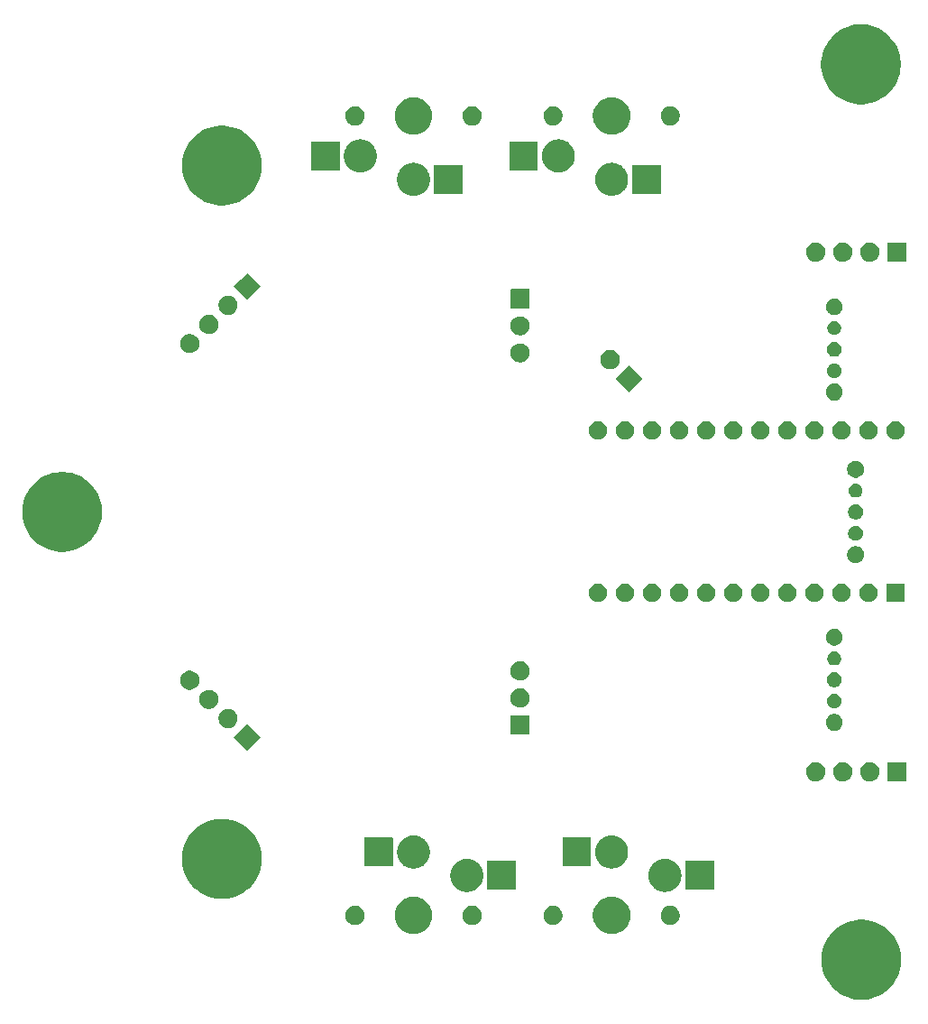
<source format=gbr>
G04 #@! TF.GenerationSoftware,KiCad,Pcbnew,9.0.2*
G04 #@! TF.CreationDate,2025-09-19T15:47:29-04:00*
G04 #@! TF.ProjectId,Trackball,54726163-6b62-4616-9c6c-2e6b69636164,rev?*
G04 #@! TF.SameCoordinates,Original*
G04 #@! TF.FileFunction,Soldermask,Bot*
G04 #@! TF.FilePolarity,Negative*
%FSLAX46Y46*%
G04 Gerber Fmt 4.6, Leading zero omitted, Abs format (unit mm)*
G04 Created by KiCad (PCBNEW 9.0.2) date 2025-09-19 15:47:29*
%MOMM*%
%LPD*%
G01*
G04 APERTURE LIST*
G04 APERTURE END LIST*
G36*
X162997586Y-139915699D02*
G01*
X163358619Y-139987513D01*
X163710874Y-140094368D01*
X164050959Y-140235236D01*
X164375599Y-140408760D01*
X164681668Y-140613269D01*
X164966218Y-140846792D01*
X165226508Y-141107082D01*
X165460031Y-141391632D01*
X165664540Y-141697701D01*
X165838064Y-142022341D01*
X165978932Y-142362426D01*
X166085787Y-142714681D01*
X166157601Y-143075714D01*
X166193682Y-143442047D01*
X166193682Y-143810153D01*
X166157601Y-144176486D01*
X166085787Y-144537519D01*
X165978932Y-144889774D01*
X165838064Y-145229859D01*
X165664540Y-145554499D01*
X165460031Y-145860568D01*
X165226508Y-146145118D01*
X164966218Y-146405408D01*
X164681668Y-146638931D01*
X164375599Y-146843440D01*
X164050959Y-147016964D01*
X163710874Y-147157832D01*
X163358619Y-147264687D01*
X162997586Y-147336501D01*
X162631253Y-147372582D01*
X162263147Y-147372582D01*
X161896814Y-147336501D01*
X161535781Y-147264687D01*
X161183526Y-147157832D01*
X160843441Y-147016964D01*
X160518801Y-146843440D01*
X160212732Y-146638931D01*
X159928182Y-146405408D01*
X159667892Y-146145118D01*
X159434369Y-145860568D01*
X159229860Y-145554499D01*
X159056336Y-145229859D01*
X158915468Y-144889774D01*
X158808613Y-144537519D01*
X158736799Y-144176486D01*
X158700718Y-143810153D01*
X158700718Y-143442047D01*
X158736799Y-143075714D01*
X158808613Y-142714681D01*
X158915468Y-142362426D01*
X159056336Y-142022341D01*
X159229860Y-141697701D01*
X159434369Y-141391632D01*
X159667892Y-141107082D01*
X159928182Y-140846792D01*
X160212732Y-140613269D01*
X160518801Y-140408760D01*
X160843441Y-140235236D01*
X161183526Y-140094368D01*
X161535781Y-139987513D01*
X161896814Y-139915699D01*
X162263147Y-139879618D01*
X162631253Y-139879618D01*
X162997586Y-139915699D01*
G37*
G36*
X120744432Y-137732424D02*
G01*
X120967501Y-137792195D01*
X121180861Y-137880571D01*
X121380859Y-137996040D01*
X121564075Y-138136627D01*
X121727373Y-138299925D01*
X121867960Y-138483141D01*
X121983429Y-138683139D01*
X122071805Y-138896499D01*
X122131576Y-139119568D01*
X122161720Y-139348531D01*
X122161720Y-139579469D01*
X122131576Y-139808432D01*
X122071805Y-140031501D01*
X121983429Y-140244861D01*
X121867960Y-140444859D01*
X121727373Y-140628075D01*
X121564075Y-140791373D01*
X121380859Y-140931960D01*
X121180861Y-141047429D01*
X120967501Y-141135805D01*
X120744432Y-141195576D01*
X120515469Y-141225720D01*
X120284531Y-141225720D01*
X120055568Y-141195576D01*
X119832499Y-141135805D01*
X119619139Y-141047429D01*
X119419141Y-140931960D01*
X119235925Y-140791373D01*
X119072627Y-140628075D01*
X118932040Y-140444859D01*
X118816571Y-140244861D01*
X118728195Y-140031501D01*
X118668424Y-139808432D01*
X118638280Y-139579469D01*
X118638280Y-139348531D01*
X118668424Y-139119568D01*
X118728195Y-138896499D01*
X118816571Y-138683139D01*
X118932040Y-138483141D01*
X119072627Y-138299925D01*
X119235925Y-138136627D01*
X119419141Y-137996040D01*
X119619139Y-137880571D01*
X119832499Y-137792195D01*
X120055568Y-137732424D01*
X120284531Y-137702280D01*
X120515469Y-137702280D01*
X120744432Y-137732424D01*
G37*
G36*
X139344432Y-137732424D02*
G01*
X139567501Y-137792195D01*
X139780861Y-137880571D01*
X139980859Y-137996040D01*
X140164075Y-138136627D01*
X140327373Y-138299925D01*
X140467960Y-138483141D01*
X140583429Y-138683139D01*
X140671805Y-138896499D01*
X140731576Y-139119568D01*
X140761720Y-139348531D01*
X140761720Y-139579469D01*
X140731576Y-139808432D01*
X140671805Y-140031501D01*
X140583429Y-140244861D01*
X140467960Y-140444859D01*
X140327373Y-140628075D01*
X140164075Y-140791373D01*
X139980859Y-140931960D01*
X139780861Y-141047429D01*
X139567501Y-141135805D01*
X139344432Y-141195576D01*
X139115469Y-141225720D01*
X138884531Y-141225720D01*
X138655568Y-141195576D01*
X138432499Y-141135805D01*
X138219139Y-141047429D01*
X138019141Y-140931960D01*
X137835925Y-140791373D01*
X137672627Y-140628075D01*
X137532040Y-140444859D01*
X137416571Y-140244861D01*
X137328195Y-140031501D01*
X137268424Y-139808432D01*
X137238280Y-139579469D01*
X137238280Y-139348531D01*
X137268424Y-139119568D01*
X137328195Y-138896499D01*
X137416571Y-138683139D01*
X137532040Y-138483141D01*
X137672627Y-138299925D01*
X137835925Y-138136627D01*
X138019141Y-137996040D01*
X138219139Y-137880571D01*
X138432499Y-137792195D01*
X138655568Y-137732424D01*
X138884531Y-137702280D01*
X139115469Y-137702280D01*
X139344432Y-137732424D01*
G37*
G36*
X115161808Y-138600936D02*
G01*
X115325153Y-138668595D01*
X115472159Y-138766822D01*
X115597178Y-138891841D01*
X115695405Y-139038847D01*
X115763064Y-139202192D01*
X115797557Y-139375598D01*
X115797557Y-139552402D01*
X115763064Y-139725808D01*
X115695405Y-139889153D01*
X115597178Y-140036159D01*
X115472159Y-140161178D01*
X115325153Y-140259405D01*
X115161808Y-140327064D01*
X114988402Y-140361557D01*
X114811598Y-140361557D01*
X114638192Y-140327064D01*
X114474847Y-140259405D01*
X114327841Y-140161178D01*
X114202822Y-140036159D01*
X114104595Y-139889153D01*
X114036936Y-139725808D01*
X114002443Y-139552402D01*
X114002443Y-139375598D01*
X114036936Y-139202192D01*
X114104595Y-139038847D01*
X114202822Y-138891841D01*
X114327841Y-138766822D01*
X114474847Y-138668595D01*
X114638192Y-138600936D01*
X114811598Y-138566443D01*
X114988402Y-138566443D01*
X115161808Y-138600936D01*
G37*
G36*
X126161808Y-138600936D02*
G01*
X126325153Y-138668595D01*
X126472159Y-138766822D01*
X126597178Y-138891841D01*
X126695405Y-139038847D01*
X126763064Y-139202192D01*
X126797557Y-139375598D01*
X126797557Y-139552402D01*
X126763064Y-139725808D01*
X126695405Y-139889153D01*
X126597178Y-140036159D01*
X126472159Y-140161178D01*
X126325153Y-140259405D01*
X126161808Y-140327064D01*
X125988402Y-140361557D01*
X125811598Y-140361557D01*
X125638192Y-140327064D01*
X125474847Y-140259405D01*
X125327841Y-140161178D01*
X125202822Y-140036159D01*
X125104595Y-139889153D01*
X125036936Y-139725808D01*
X125002443Y-139552402D01*
X125002443Y-139375598D01*
X125036936Y-139202192D01*
X125104595Y-139038847D01*
X125202822Y-138891841D01*
X125327841Y-138766822D01*
X125474847Y-138668595D01*
X125638192Y-138600936D01*
X125811598Y-138566443D01*
X125988402Y-138566443D01*
X126161808Y-138600936D01*
G37*
G36*
X133761808Y-138600936D02*
G01*
X133925153Y-138668595D01*
X134072159Y-138766822D01*
X134197178Y-138891841D01*
X134295405Y-139038847D01*
X134363064Y-139202192D01*
X134397557Y-139375598D01*
X134397557Y-139552402D01*
X134363064Y-139725808D01*
X134295405Y-139889153D01*
X134197178Y-140036159D01*
X134072159Y-140161178D01*
X133925153Y-140259405D01*
X133761808Y-140327064D01*
X133588402Y-140361557D01*
X133411598Y-140361557D01*
X133238192Y-140327064D01*
X133074847Y-140259405D01*
X132927841Y-140161178D01*
X132802822Y-140036159D01*
X132704595Y-139889153D01*
X132636936Y-139725808D01*
X132602443Y-139552402D01*
X132602443Y-139375598D01*
X132636936Y-139202192D01*
X132704595Y-139038847D01*
X132802822Y-138891841D01*
X132927841Y-138766822D01*
X133074847Y-138668595D01*
X133238192Y-138600936D01*
X133411598Y-138566443D01*
X133588402Y-138566443D01*
X133761808Y-138600936D01*
G37*
G36*
X144761808Y-138600936D02*
G01*
X144925153Y-138668595D01*
X145072159Y-138766822D01*
X145197178Y-138891841D01*
X145295405Y-139038847D01*
X145363064Y-139202192D01*
X145397557Y-139375598D01*
X145397557Y-139552402D01*
X145363064Y-139725808D01*
X145295405Y-139889153D01*
X145197178Y-140036159D01*
X145072159Y-140161178D01*
X144925153Y-140259405D01*
X144761808Y-140327064D01*
X144588402Y-140361557D01*
X144411598Y-140361557D01*
X144238192Y-140327064D01*
X144074847Y-140259405D01*
X143927841Y-140161178D01*
X143802822Y-140036159D01*
X143704595Y-139889153D01*
X143636936Y-139725808D01*
X143602443Y-139552402D01*
X143602443Y-139375598D01*
X143636936Y-139202192D01*
X143704595Y-139038847D01*
X143802822Y-138891841D01*
X143927841Y-138766822D01*
X144074847Y-138668595D01*
X144238192Y-138600936D01*
X144411598Y-138566443D01*
X144588402Y-138566443D01*
X144761808Y-138600936D01*
G37*
G36*
X102950386Y-130439599D02*
G01*
X103311419Y-130511413D01*
X103663674Y-130618268D01*
X104003759Y-130759136D01*
X104328399Y-130932660D01*
X104634468Y-131137169D01*
X104919018Y-131370692D01*
X105179308Y-131630982D01*
X105412831Y-131915532D01*
X105617340Y-132221601D01*
X105790864Y-132546241D01*
X105931732Y-132886326D01*
X106038587Y-133238581D01*
X106110401Y-133599614D01*
X106146482Y-133965947D01*
X106146482Y-134334053D01*
X106110401Y-134700386D01*
X106038587Y-135061419D01*
X105931732Y-135413674D01*
X105790864Y-135753759D01*
X105617340Y-136078399D01*
X105412831Y-136384468D01*
X105179308Y-136669018D01*
X104919018Y-136929308D01*
X104634468Y-137162831D01*
X104328399Y-137367340D01*
X104003759Y-137540864D01*
X103663674Y-137681732D01*
X103311419Y-137788587D01*
X102950386Y-137860401D01*
X102584053Y-137896482D01*
X102215947Y-137896482D01*
X101849614Y-137860401D01*
X101488581Y-137788587D01*
X101136326Y-137681732D01*
X100796241Y-137540864D01*
X100471601Y-137367340D01*
X100165532Y-137162831D01*
X99880982Y-136929308D01*
X99620692Y-136669018D01*
X99387169Y-136384468D01*
X99182660Y-136078399D01*
X99009136Y-135753759D01*
X98868268Y-135413674D01*
X98761413Y-135061419D01*
X98689599Y-134700386D01*
X98653518Y-134334053D01*
X98653518Y-133965947D01*
X98689599Y-133599614D01*
X98761413Y-133238581D01*
X98868268Y-132886326D01*
X99009136Y-132546241D01*
X99182660Y-132221601D01*
X99387169Y-131915532D01*
X99620692Y-131630982D01*
X99880982Y-131370692D01*
X100165532Y-131137169D01*
X100471601Y-130932660D01*
X100796241Y-130759136D01*
X101136326Y-130618268D01*
X101488581Y-130511413D01*
X101849614Y-130439599D01*
X102215947Y-130403518D01*
X102584053Y-130403518D01*
X102950386Y-130439599D01*
G37*
G36*
X125510482Y-134167781D02*
G01*
X125521690Y-134167781D01*
X125576888Y-134176523D01*
X125702534Y-134193065D01*
X125733189Y-134201279D01*
X125762074Y-134205854D01*
X125817620Y-134223902D01*
X125898467Y-134245565D01*
X125950050Y-134266931D01*
X125993542Y-134281063D01*
X126034286Y-134301823D01*
X126085870Y-134323190D01*
X126158353Y-134365038D01*
X126210395Y-134391555D01*
X126234055Y-134408745D01*
X126261539Y-134424613D01*
X126362074Y-134501756D01*
X126407294Y-134534610D01*
X126415219Y-134542535D01*
X126422466Y-134548096D01*
X126565903Y-134691533D01*
X126571463Y-134698779D01*
X126579390Y-134706706D01*
X126612247Y-134751930D01*
X126689386Y-134852460D01*
X126705252Y-134879941D01*
X126722445Y-134903605D01*
X126748964Y-134955652D01*
X126790809Y-135028129D01*
X126812173Y-135079706D01*
X126832937Y-135120458D01*
X126847070Y-135163955D01*
X126868434Y-135215532D01*
X126890093Y-135296366D01*
X126908146Y-135351926D01*
X126912721Y-135380816D01*
X126920934Y-135411465D01*
X126937474Y-135537099D01*
X126946219Y-135592310D01*
X126946219Y-135603518D01*
X126947412Y-135612580D01*
X126947412Y-135815419D01*
X126946219Y-135824480D01*
X126946219Y-135835690D01*
X126937473Y-135890905D01*
X126920934Y-136016534D01*
X126912722Y-136047180D01*
X126908146Y-136076074D01*
X126890091Y-136131638D01*
X126868434Y-136212467D01*
X126847071Y-136264039D01*
X126832937Y-136307542D01*
X126812171Y-136348297D01*
X126790809Y-136399870D01*
X126748968Y-136472338D01*
X126722445Y-136524395D01*
X126705249Y-136548062D01*
X126689386Y-136575539D01*
X126612261Y-136676050D01*
X126579390Y-136721294D01*
X126571459Y-136729224D01*
X126565903Y-136736466D01*
X126422466Y-136879903D01*
X126415224Y-136885459D01*
X126407294Y-136893390D01*
X126362050Y-136926261D01*
X126261539Y-137003386D01*
X126234062Y-137019249D01*
X126210395Y-137036445D01*
X126158338Y-137062968D01*
X126085870Y-137104809D01*
X126034297Y-137126171D01*
X125993542Y-137146937D01*
X125950039Y-137161071D01*
X125898467Y-137182434D01*
X125817638Y-137204091D01*
X125762074Y-137222146D01*
X125733180Y-137226722D01*
X125702534Y-137234934D01*
X125576902Y-137251474D01*
X125521690Y-137260219D01*
X125510481Y-137260219D01*
X125501420Y-137261412D01*
X125298580Y-137261412D01*
X125289519Y-137260219D01*
X125278310Y-137260219D01*
X125223099Y-137251474D01*
X125097465Y-137234934D01*
X125066816Y-137226721D01*
X125037926Y-137222146D01*
X124982366Y-137204093D01*
X124901532Y-137182434D01*
X124849955Y-137161070D01*
X124806458Y-137146937D01*
X124765706Y-137126173D01*
X124714129Y-137104809D01*
X124641652Y-137062964D01*
X124589605Y-137036445D01*
X124565941Y-137019252D01*
X124538460Y-137003386D01*
X124437930Y-136926247D01*
X124392706Y-136893390D01*
X124384779Y-136885463D01*
X124377533Y-136879903D01*
X124234096Y-136736466D01*
X124228535Y-136729219D01*
X124220610Y-136721294D01*
X124187756Y-136676074D01*
X124110613Y-136575539D01*
X124094745Y-136548055D01*
X124077555Y-136524395D01*
X124051038Y-136472353D01*
X124009190Y-136399870D01*
X123987823Y-136348286D01*
X123967063Y-136307542D01*
X123952931Y-136264050D01*
X123931565Y-136212467D01*
X123909902Y-136131620D01*
X123891854Y-136076074D01*
X123887279Y-136047189D01*
X123879065Y-136016534D01*
X123862524Y-135890891D01*
X123853781Y-135835690D01*
X123853781Y-135824480D01*
X123852588Y-135815419D01*
X123852588Y-135612580D01*
X123853781Y-135603518D01*
X123853781Y-135592310D01*
X123862523Y-135537113D01*
X123879065Y-135411465D01*
X123887279Y-135380807D01*
X123891854Y-135351926D01*
X123909900Y-135296383D01*
X123931565Y-135215532D01*
X123952933Y-135163944D01*
X123967063Y-135120458D01*
X123987821Y-135079717D01*
X124009190Y-135028129D01*
X124051042Y-134955637D01*
X124077555Y-134903605D01*
X124094742Y-134879948D01*
X124110613Y-134852460D01*
X124187770Y-134751906D01*
X124220610Y-134706706D01*
X124228532Y-134698783D01*
X124234096Y-134691533D01*
X124377533Y-134548096D01*
X124384783Y-134542532D01*
X124392706Y-134534610D01*
X124437906Y-134501770D01*
X124538460Y-134424613D01*
X124565948Y-134408742D01*
X124589605Y-134391555D01*
X124641637Y-134365042D01*
X124714129Y-134323190D01*
X124765717Y-134301821D01*
X124806458Y-134281063D01*
X124849944Y-134266933D01*
X124901532Y-134245565D01*
X124982383Y-134223900D01*
X125037926Y-134205854D01*
X125066807Y-134201279D01*
X125097465Y-134193065D01*
X125223113Y-134176523D01*
X125278310Y-134167781D01*
X125289518Y-134167781D01*
X125298580Y-134166588D01*
X125501420Y-134166588D01*
X125510482Y-134167781D01*
G37*
G36*
X144110482Y-134167781D02*
G01*
X144121690Y-134167781D01*
X144176888Y-134176523D01*
X144302534Y-134193065D01*
X144333189Y-134201279D01*
X144362074Y-134205854D01*
X144417620Y-134223902D01*
X144498467Y-134245565D01*
X144550050Y-134266931D01*
X144593542Y-134281063D01*
X144634286Y-134301823D01*
X144685870Y-134323190D01*
X144758353Y-134365038D01*
X144810395Y-134391555D01*
X144834055Y-134408745D01*
X144861539Y-134424613D01*
X144962074Y-134501756D01*
X145007294Y-134534610D01*
X145015219Y-134542535D01*
X145022466Y-134548096D01*
X145165903Y-134691533D01*
X145171463Y-134698779D01*
X145179390Y-134706706D01*
X145212247Y-134751930D01*
X145289386Y-134852460D01*
X145305252Y-134879941D01*
X145322445Y-134903605D01*
X145348964Y-134955652D01*
X145390809Y-135028129D01*
X145412173Y-135079706D01*
X145432937Y-135120458D01*
X145447070Y-135163955D01*
X145468434Y-135215532D01*
X145490093Y-135296366D01*
X145508146Y-135351926D01*
X145512721Y-135380816D01*
X145520934Y-135411465D01*
X145537474Y-135537099D01*
X145546219Y-135592310D01*
X145546219Y-135603518D01*
X145547412Y-135612580D01*
X145547412Y-135815419D01*
X145546219Y-135824480D01*
X145546219Y-135835690D01*
X145537473Y-135890905D01*
X145520934Y-136016534D01*
X145512722Y-136047180D01*
X145508146Y-136076074D01*
X145490091Y-136131638D01*
X145468434Y-136212467D01*
X145447071Y-136264039D01*
X145432937Y-136307542D01*
X145412171Y-136348297D01*
X145390809Y-136399870D01*
X145348968Y-136472338D01*
X145322445Y-136524395D01*
X145305249Y-136548062D01*
X145289386Y-136575539D01*
X145212261Y-136676050D01*
X145179390Y-136721294D01*
X145171459Y-136729224D01*
X145165903Y-136736466D01*
X145022466Y-136879903D01*
X145015224Y-136885459D01*
X145007294Y-136893390D01*
X144962050Y-136926261D01*
X144861539Y-137003386D01*
X144834062Y-137019249D01*
X144810395Y-137036445D01*
X144758338Y-137062968D01*
X144685870Y-137104809D01*
X144634297Y-137126171D01*
X144593542Y-137146937D01*
X144550039Y-137161071D01*
X144498467Y-137182434D01*
X144417638Y-137204091D01*
X144362074Y-137222146D01*
X144333180Y-137226722D01*
X144302534Y-137234934D01*
X144176902Y-137251474D01*
X144121690Y-137260219D01*
X144110481Y-137260219D01*
X144101420Y-137261412D01*
X143898580Y-137261412D01*
X143889519Y-137260219D01*
X143878310Y-137260219D01*
X143823099Y-137251474D01*
X143697465Y-137234934D01*
X143666816Y-137226721D01*
X143637926Y-137222146D01*
X143582366Y-137204093D01*
X143501532Y-137182434D01*
X143449955Y-137161070D01*
X143406458Y-137146937D01*
X143365706Y-137126173D01*
X143314129Y-137104809D01*
X143241652Y-137062964D01*
X143189605Y-137036445D01*
X143165941Y-137019252D01*
X143138460Y-137003386D01*
X143037930Y-136926247D01*
X142992706Y-136893390D01*
X142984779Y-136885463D01*
X142977533Y-136879903D01*
X142834096Y-136736466D01*
X142828535Y-136729219D01*
X142820610Y-136721294D01*
X142787756Y-136676074D01*
X142710613Y-136575539D01*
X142694745Y-136548055D01*
X142677555Y-136524395D01*
X142651038Y-136472353D01*
X142609190Y-136399870D01*
X142587823Y-136348286D01*
X142567063Y-136307542D01*
X142552931Y-136264050D01*
X142531565Y-136212467D01*
X142509902Y-136131620D01*
X142491854Y-136076074D01*
X142487279Y-136047189D01*
X142479065Y-136016534D01*
X142462524Y-135890891D01*
X142453781Y-135835690D01*
X142453781Y-135824480D01*
X142452588Y-135815419D01*
X142452588Y-135612580D01*
X142453781Y-135603518D01*
X142453781Y-135592310D01*
X142462523Y-135537113D01*
X142479065Y-135411465D01*
X142487279Y-135380807D01*
X142491854Y-135351926D01*
X142509900Y-135296383D01*
X142531565Y-135215532D01*
X142552933Y-135163944D01*
X142567063Y-135120458D01*
X142587821Y-135079717D01*
X142609190Y-135028129D01*
X142651042Y-134955637D01*
X142677555Y-134903605D01*
X142694742Y-134879948D01*
X142710613Y-134852460D01*
X142787770Y-134751906D01*
X142820610Y-134706706D01*
X142828532Y-134698783D01*
X142834096Y-134691533D01*
X142977533Y-134548096D01*
X142984783Y-134542532D01*
X142992706Y-134534610D01*
X143037906Y-134501770D01*
X143138460Y-134424613D01*
X143165948Y-134408742D01*
X143189605Y-134391555D01*
X143241637Y-134365042D01*
X143314129Y-134323190D01*
X143365717Y-134301821D01*
X143406458Y-134281063D01*
X143449944Y-134266933D01*
X143501532Y-134245565D01*
X143582383Y-134223900D01*
X143637926Y-134205854D01*
X143666807Y-134201279D01*
X143697465Y-134193065D01*
X143823113Y-134176523D01*
X143878310Y-134167781D01*
X143889518Y-134167781D01*
X143898580Y-134166588D01*
X144101420Y-134166588D01*
X144110482Y-134167781D01*
G37*
G36*
X129994517Y-134366882D02*
G01*
X130011062Y-134377938D01*
X130022118Y-134394483D01*
X130026000Y-134414000D01*
X130026000Y-137014000D01*
X130022118Y-137033517D01*
X130011062Y-137050062D01*
X129994517Y-137061118D01*
X129975000Y-137065000D01*
X127375000Y-137065000D01*
X127355483Y-137061118D01*
X127338938Y-137050062D01*
X127327882Y-137033517D01*
X127324000Y-137014000D01*
X127324000Y-134414000D01*
X127327882Y-134394483D01*
X127338938Y-134377938D01*
X127355483Y-134366882D01*
X127375000Y-134363000D01*
X129975000Y-134363000D01*
X129994517Y-134366882D01*
G37*
G36*
X148594517Y-134366882D02*
G01*
X148611062Y-134377938D01*
X148622118Y-134394483D01*
X148626000Y-134414000D01*
X148626000Y-137014000D01*
X148622118Y-137033517D01*
X148611062Y-137050062D01*
X148594517Y-137061118D01*
X148575000Y-137065000D01*
X145975000Y-137065000D01*
X145955483Y-137061118D01*
X145938938Y-137050062D01*
X145927882Y-137033517D01*
X145924000Y-137014000D01*
X145924000Y-134414000D01*
X145927882Y-134394483D01*
X145938938Y-134377938D01*
X145955483Y-134366882D01*
X145975000Y-134363000D01*
X148575000Y-134363000D01*
X148594517Y-134366882D01*
G37*
G36*
X120510482Y-131967781D02*
G01*
X120521690Y-131967781D01*
X120576888Y-131976523D01*
X120702534Y-131993065D01*
X120733189Y-132001279D01*
X120762074Y-132005854D01*
X120817620Y-132023902D01*
X120898467Y-132045565D01*
X120950050Y-132066931D01*
X120993542Y-132081063D01*
X121034286Y-132101823D01*
X121085870Y-132123190D01*
X121158353Y-132165038D01*
X121210395Y-132191555D01*
X121234055Y-132208745D01*
X121261539Y-132224613D01*
X121362074Y-132301756D01*
X121407294Y-132334610D01*
X121415219Y-132342535D01*
X121422466Y-132348096D01*
X121565903Y-132491533D01*
X121571463Y-132498779D01*
X121579390Y-132506706D01*
X121612247Y-132551930D01*
X121689386Y-132652460D01*
X121705252Y-132679941D01*
X121722445Y-132703605D01*
X121748964Y-132755652D01*
X121790809Y-132828129D01*
X121812173Y-132879706D01*
X121832937Y-132920458D01*
X121847070Y-132963955D01*
X121868434Y-133015532D01*
X121890093Y-133096366D01*
X121908146Y-133151926D01*
X121912721Y-133180816D01*
X121920934Y-133211465D01*
X121937474Y-133337099D01*
X121946219Y-133392310D01*
X121946219Y-133403518D01*
X121947412Y-133412580D01*
X121947412Y-133615419D01*
X121946219Y-133624480D01*
X121946219Y-133635690D01*
X121937473Y-133690905D01*
X121920934Y-133816534D01*
X121912722Y-133847180D01*
X121908146Y-133876074D01*
X121890091Y-133931638D01*
X121868434Y-134012467D01*
X121847071Y-134064039D01*
X121832937Y-134107542D01*
X121812171Y-134148297D01*
X121790809Y-134199870D01*
X121748968Y-134272338D01*
X121722445Y-134324395D01*
X121705249Y-134348062D01*
X121689386Y-134375539D01*
X121612261Y-134476050D01*
X121579390Y-134521294D01*
X121571459Y-134529224D01*
X121565903Y-134536466D01*
X121422466Y-134679903D01*
X121415224Y-134685459D01*
X121407294Y-134693390D01*
X121362050Y-134726261D01*
X121261539Y-134803386D01*
X121234062Y-134819249D01*
X121210395Y-134836445D01*
X121158338Y-134862968D01*
X121085870Y-134904809D01*
X121034297Y-134926171D01*
X120993542Y-134946937D01*
X120950039Y-134961071D01*
X120898467Y-134982434D01*
X120817638Y-135004091D01*
X120762074Y-135022146D01*
X120733180Y-135026722D01*
X120702534Y-135034934D01*
X120576902Y-135051474D01*
X120521690Y-135060219D01*
X120510481Y-135060219D01*
X120501420Y-135061412D01*
X120298580Y-135061412D01*
X120289519Y-135060219D01*
X120278310Y-135060219D01*
X120223099Y-135051474D01*
X120097465Y-135034934D01*
X120066816Y-135026721D01*
X120037926Y-135022146D01*
X119982366Y-135004093D01*
X119901532Y-134982434D01*
X119849955Y-134961070D01*
X119806458Y-134946937D01*
X119765706Y-134926173D01*
X119714129Y-134904809D01*
X119641652Y-134862964D01*
X119589605Y-134836445D01*
X119565941Y-134819252D01*
X119538460Y-134803386D01*
X119437930Y-134726247D01*
X119392706Y-134693390D01*
X119384779Y-134685463D01*
X119377533Y-134679903D01*
X119234096Y-134536466D01*
X119228535Y-134529219D01*
X119220610Y-134521294D01*
X119187756Y-134476074D01*
X119110613Y-134375539D01*
X119094745Y-134348055D01*
X119077555Y-134324395D01*
X119051038Y-134272353D01*
X119009190Y-134199870D01*
X118987823Y-134148286D01*
X118967063Y-134107542D01*
X118952931Y-134064050D01*
X118931565Y-134012467D01*
X118909902Y-133931620D01*
X118891854Y-133876074D01*
X118887279Y-133847189D01*
X118879065Y-133816534D01*
X118862524Y-133690891D01*
X118853781Y-133635690D01*
X118853781Y-133624480D01*
X118852588Y-133615419D01*
X118852588Y-133412580D01*
X118853781Y-133403518D01*
X118853781Y-133392310D01*
X118862523Y-133337113D01*
X118879065Y-133211465D01*
X118887279Y-133180807D01*
X118891854Y-133151926D01*
X118909900Y-133096383D01*
X118931565Y-133015532D01*
X118952933Y-132963944D01*
X118967063Y-132920458D01*
X118987821Y-132879717D01*
X119009190Y-132828129D01*
X119051042Y-132755637D01*
X119077555Y-132703605D01*
X119094742Y-132679948D01*
X119110613Y-132652460D01*
X119187770Y-132551906D01*
X119220610Y-132506706D01*
X119228532Y-132498783D01*
X119234096Y-132491533D01*
X119377533Y-132348096D01*
X119384783Y-132342532D01*
X119392706Y-132334610D01*
X119437906Y-132301770D01*
X119538460Y-132224613D01*
X119565948Y-132208742D01*
X119589605Y-132191555D01*
X119641637Y-132165042D01*
X119714129Y-132123190D01*
X119765717Y-132101821D01*
X119806458Y-132081063D01*
X119849944Y-132066933D01*
X119901532Y-132045565D01*
X119982383Y-132023900D01*
X120037926Y-132005854D01*
X120066807Y-132001279D01*
X120097465Y-131993065D01*
X120223113Y-131976523D01*
X120278310Y-131967781D01*
X120289518Y-131967781D01*
X120298580Y-131966588D01*
X120501420Y-131966588D01*
X120510482Y-131967781D01*
G37*
G36*
X139110482Y-131967781D02*
G01*
X139121690Y-131967781D01*
X139176888Y-131976523D01*
X139302534Y-131993065D01*
X139333189Y-132001279D01*
X139362074Y-132005854D01*
X139417620Y-132023902D01*
X139498467Y-132045565D01*
X139550050Y-132066931D01*
X139593542Y-132081063D01*
X139634286Y-132101823D01*
X139685870Y-132123190D01*
X139758353Y-132165038D01*
X139810395Y-132191555D01*
X139834055Y-132208745D01*
X139861539Y-132224613D01*
X139962074Y-132301756D01*
X140007294Y-132334610D01*
X140015219Y-132342535D01*
X140022466Y-132348096D01*
X140165903Y-132491533D01*
X140171463Y-132498779D01*
X140179390Y-132506706D01*
X140212247Y-132551930D01*
X140289386Y-132652460D01*
X140305252Y-132679941D01*
X140322445Y-132703605D01*
X140348964Y-132755652D01*
X140390809Y-132828129D01*
X140412173Y-132879706D01*
X140432937Y-132920458D01*
X140447070Y-132963955D01*
X140468434Y-133015532D01*
X140490093Y-133096366D01*
X140508146Y-133151926D01*
X140512721Y-133180816D01*
X140520934Y-133211465D01*
X140537474Y-133337099D01*
X140546219Y-133392310D01*
X140546219Y-133403518D01*
X140547412Y-133412580D01*
X140547412Y-133615419D01*
X140546219Y-133624480D01*
X140546219Y-133635690D01*
X140537473Y-133690905D01*
X140520934Y-133816534D01*
X140512722Y-133847180D01*
X140508146Y-133876074D01*
X140490091Y-133931638D01*
X140468434Y-134012467D01*
X140447071Y-134064039D01*
X140432937Y-134107542D01*
X140412171Y-134148297D01*
X140390809Y-134199870D01*
X140348968Y-134272338D01*
X140322445Y-134324395D01*
X140305249Y-134348062D01*
X140289386Y-134375539D01*
X140212261Y-134476050D01*
X140179390Y-134521294D01*
X140171459Y-134529224D01*
X140165903Y-134536466D01*
X140022466Y-134679903D01*
X140015224Y-134685459D01*
X140007294Y-134693390D01*
X139962050Y-134726261D01*
X139861539Y-134803386D01*
X139834062Y-134819249D01*
X139810395Y-134836445D01*
X139758338Y-134862968D01*
X139685870Y-134904809D01*
X139634297Y-134926171D01*
X139593542Y-134946937D01*
X139550039Y-134961071D01*
X139498467Y-134982434D01*
X139417638Y-135004091D01*
X139362074Y-135022146D01*
X139333180Y-135026722D01*
X139302534Y-135034934D01*
X139176902Y-135051474D01*
X139121690Y-135060219D01*
X139110481Y-135060219D01*
X139101420Y-135061412D01*
X138898580Y-135061412D01*
X138889519Y-135060219D01*
X138878310Y-135060219D01*
X138823099Y-135051474D01*
X138697465Y-135034934D01*
X138666816Y-135026721D01*
X138637926Y-135022146D01*
X138582366Y-135004093D01*
X138501532Y-134982434D01*
X138449955Y-134961070D01*
X138406458Y-134946937D01*
X138365706Y-134926173D01*
X138314129Y-134904809D01*
X138241652Y-134862964D01*
X138189605Y-134836445D01*
X138165941Y-134819252D01*
X138138460Y-134803386D01*
X138037930Y-134726247D01*
X137992706Y-134693390D01*
X137984779Y-134685463D01*
X137977533Y-134679903D01*
X137834096Y-134536466D01*
X137828535Y-134529219D01*
X137820610Y-134521294D01*
X137787756Y-134476074D01*
X137710613Y-134375539D01*
X137694745Y-134348055D01*
X137677555Y-134324395D01*
X137651038Y-134272353D01*
X137609190Y-134199870D01*
X137587823Y-134148286D01*
X137567063Y-134107542D01*
X137552931Y-134064050D01*
X137531565Y-134012467D01*
X137509902Y-133931620D01*
X137491854Y-133876074D01*
X137487279Y-133847189D01*
X137479065Y-133816534D01*
X137462524Y-133690891D01*
X137453781Y-133635690D01*
X137453781Y-133624480D01*
X137452588Y-133615419D01*
X137452588Y-133412580D01*
X137453781Y-133403518D01*
X137453781Y-133392310D01*
X137462523Y-133337113D01*
X137479065Y-133211465D01*
X137487279Y-133180807D01*
X137491854Y-133151926D01*
X137509900Y-133096383D01*
X137531565Y-133015532D01*
X137552933Y-132963944D01*
X137567063Y-132920458D01*
X137587821Y-132879717D01*
X137609190Y-132828129D01*
X137651042Y-132755637D01*
X137677555Y-132703605D01*
X137694742Y-132679948D01*
X137710613Y-132652460D01*
X137787770Y-132551906D01*
X137820610Y-132506706D01*
X137828532Y-132498783D01*
X137834096Y-132491533D01*
X137977533Y-132348096D01*
X137984783Y-132342532D01*
X137992706Y-132334610D01*
X138037906Y-132301770D01*
X138138460Y-132224613D01*
X138165948Y-132208742D01*
X138189605Y-132191555D01*
X138241637Y-132165042D01*
X138314129Y-132123190D01*
X138365717Y-132101821D01*
X138406458Y-132081063D01*
X138449944Y-132066933D01*
X138501532Y-132045565D01*
X138582383Y-132023900D01*
X138637926Y-132005854D01*
X138666807Y-132001279D01*
X138697465Y-131993065D01*
X138823113Y-131976523D01*
X138878310Y-131967781D01*
X138889518Y-131967781D01*
X138898580Y-131966588D01*
X139101420Y-131966588D01*
X139110482Y-131967781D01*
G37*
G36*
X118444517Y-132166882D02*
G01*
X118461062Y-132177938D01*
X118472118Y-132194483D01*
X118476000Y-132214000D01*
X118476000Y-134814000D01*
X118472118Y-134833517D01*
X118461062Y-134850062D01*
X118444517Y-134861118D01*
X118425000Y-134865000D01*
X115825000Y-134865000D01*
X115805483Y-134861118D01*
X115788938Y-134850062D01*
X115777882Y-134833517D01*
X115774000Y-134814000D01*
X115774000Y-132214000D01*
X115777882Y-132194483D01*
X115788938Y-132177938D01*
X115805483Y-132166882D01*
X115825000Y-132163000D01*
X118425000Y-132163000D01*
X118444517Y-132166882D01*
G37*
G36*
X137044517Y-132166882D02*
G01*
X137061062Y-132177938D01*
X137072118Y-132194483D01*
X137076000Y-132214000D01*
X137076000Y-134814000D01*
X137072118Y-134833517D01*
X137061062Y-134850062D01*
X137044517Y-134861118D01*
X137025000Y-134865000D01*
X134425000Y-134865000D01*
X134405483Y-134861118D01*
X134388938Y-134850062D01*
X134377882Y-134833517D01*
X134374000Y-134814000D01*
X134374000Y-132214000D01*
X134377882Y-132194483D01*
X134388938Y-132177938D01*
X134405483Y-132166882D01*
X134425000Y-132163000D01*
X137025000Y-132163000D01*
X137044517Y-132166882D01*
G37*
G36*
X166637517Y-125086882D02*
G01*
X166654062Y-125097938D01*
X166665118Y-125114483D01*
X166669000Y-125134000D01*
X166669000Y-126834000D01*
X166665118Y-126853517D01*
X166654062Y-126870062D01*
X166637517Y-126881118D01*
X166618000Y-126885000D01*
X164918000Y-126885000D01*
X164898483Y-126881118D01*
X164881938Y-126870062D01*
X164870882Y-126853517D01*
X164867000Y-126834000D01*
X164867000Y-125134000D01*
X164870882Y-125114483D01*
X164881938Y-125097938D01*
X164898483Y-125086882D01*
X164918000Y-125083000D01*
X166618000Y-125083000D01*
X166637517Y-125086882D01*
G37*
G36*
X158409546Y-125121797D02*
G01*
X158572728Y-125189389D01*
X158719588Y-125287518D01*
X158844482Y-125412412D01*
X158942611Y-125559272D01*
X159010203Y-125722454D01*
X159044661Y-125895687D01*
X159044661Y-126072313D01*
X159010203Y-126245546D01*
X158942611Y-126408728D01*
X158844482Y-126555588D01*
X158719588Y-126680482D01*
X158572728Y-126778611D01*
X158409546Y-126846203D01*
X158236313Y-126880661D01*
X158059687Y-126880661D01*
X157886454Y-126846203D01*
X157723272Y-126778611D01*
X157576412Y-126680482D01*
X157451518Y-126555588D01*
X157353389Y-126408728D01*
X157285797Y-126245546D01*
X157251339Y-126072313D01*
X157251339Y-125895687D01*
X157285797Y-125722454D01*
X157353389Y-125559272D01*
X157451518Y-125412412D01*
X157576412Y-125287518D01*
X157723272Y-125189389D01*
X157886454Y-125121797D01*
X158059687Y-125087339D01*
X158236313Y-125087339D01*
X158409546Y-125121797D01*
G37*
G36*
X160949546Y-125121797D02*
G01*
X161112728Y-125189389D01*
X161259588Y-125287518D01*
X161384482Y-125412412D01*
X161482611Y-125559272D01*
X161550203Y-125722454D01*
X161584661Y-125895687D01*
X161584661Y-126072313D01*
X161550203Y-126245546D01*
X161482611Y-126408728D01*
X161384482Y-126555588D01*
X161259588Y-126680482D01*
X161112728Y-126778611D01*
X160949546Y-126846203D01*
X160776313Y-126880661D01*
X160599687Y-126880661D01*
X160426454Y-126846203D01*
X160263272Y-126778611D01*
X160116412Y-126680482D01*
X159991518Y-126555588D01*
X159893389Y-126408728D01*
X159825797Y-126245546D01*
X159791339Y-126072313D01*
X159791339Y-125895687D01*
X159825797Y-125722454D01*
X159893389Y-125559272D01*
X159991518Y-125412412D01*
X160116412Y-125287518D01*
X160263272Y-125189389D01*
X160426454Y-125121797D01*
X160599687Y-125087339D01*
X160776313Y-125087339D01*
X160949546Y-125121797D01*
G37*
G36*
X163489546Y-125121797D02*
G01*
X163652728Y-125189389D01*
X163799588Y-125287518D01*
X163924482Y-125412412D01*
X164022611Y-125559272D01*
X164090203Y-125722454D01*
X164124661Y-125895687D01*
X164124661Y-126072313D01*
X164090203Y-126245546D01*
X164022611Y-126408728D01*
X163924482Y-126555588D01*
X163799588Y-126680482D01*
X163652728Y-126778611D01*
X163489546Y-126846203D01*
X163316313Y-126880661D01*
X163139687Y-126880661D01*
X162966454Y-126846203D01*
X162803272Y-126778611D01*
X162656412Y-126680482D01*
X162531518Y-126555588D01*
X162433389Y-126408728D01*
X162365797Y-126245546D01*
X162331339Y-126072313D01*
X162331339Y-125895687D01*
X162365797Y-125722454D01*
X162433389Y-125559272D01*
X162531518Y-125412412D01*
X162656412Y-125287518D01*
X162803272Y-125189389D01*
X162966454Y-125121797D01*
X163139687Y-125087339D01*
X163316313Y-125087339D01*
X163489546Y-125121797D01*
G37*
G36*
X104793466Y-121536851D02*
G01*
X104810011Y-121547907D01*
X106012093Y-122749989D01*
X106023149Y-122766534D01*
X106027030Y-122786051D01*
X106023149Y-122805568D01*
X106012093Y-122822113D01*
X104810011Y-124024195D01*
X104793466Y-124035251D01*
X104773949Y-124039132D01*
X104754432Y-124035251D01*
X104737887Y-124024195D01*
X103535805Y-122822113D01*
X103524749Y-122805568D01*
X103520868Y-122786051D01*
X103524749Y-122766534D01*
X103535805Y-122749989D01*
X104428032Y-121857762D01*
X104729182Y-121556611D01*
X104729185Y-121556608D01*
X104737887Y-121547907D01*
X104754432Y-121536851D01*
X104773949Y-121532970D01*
X104793466Y-121536851D01*
G37*
G36*
X131269517Y-120702882D02*
G01*
X131286062Y-120713938D01*
X131297118Y-120730483D01*
X131301000Y-120750000D01*
X131301000Y-122450000D01*
X131297118Y-122469517D01*
X131286062Y-122486062D01*
X131269517Y-122497118D01*
X131250000Y-122501000D01*
X129550000Y-122501000D01*
X129530483Y-122497118D01*
X129513938Y-122486062D01*
X129502882Y-122469517D01*
X129499000Y-122450000D01*
X129499000Y-120750000D01*
X129502882Y-120730483D01*
X129513938Y-120713938D01*
X129530483Y-120702882D01*
X129550000Y-120699000D01*
X131250000Y-120699000D01*
X131269517Y-120702882D01*
G37*
G36*
X160132518Y-120583491D02*
G01*
X160277589Y-120643581D01*
X160408149Y-120730819D01*
X160519181Y-120841851D01*
X160606419Y-120972411D01*
X160666509Y-121117482D01*
X160697143Y-121271488D01*
X160697143Y-121428512D01*
X160666509Y-121582518D01*
X160606419Y-121727589D01*
X160519181Y-121858149D01*
X160408149Y-121969181D01*
X160277589Y-122056419D01*
X160132518Y-122116509D01*
X159978512Y-122147143D01*
X159821488Y-122147143D01*
X159667482Y-122116509D01*
X159522411Y-122056419D01*
X159391851Y-121969181D01*
X159280819Y-121858149D01*
X159193581Y-121727589D01*
X159133491Y-121582518D01*
X159102857Y-121428512D01*
X159102857Y-121271488D01*
X159133491Y-121117482D01*
X159193581Y-120972411D01*
X159280819Y-120841851D01*
X159391851Y-120730819D01*
X159522411Y-120643581D01*
X159667482Y-120583491D01*
X159821488Y-120552857D01*
X159978512Y-120552857D01*
X160132518Y-120583491D01*
G37*
G36*
X103239444Y-120127797D02*
G01*
X103402626Y-120195389D01*
X103549486Y-120293518D01*
X103674380Y-120418412D01*
X103772509Y-120565272D01*
X103840101Y-120728454D01*
X103874559Y-120901687D01*
X103874559Y-121078313D01*
X103840101Y-121251546D01*
X103772509Y-121414728D01*
X103674380Y-121561588D01*
X103549486Y-121686482D01*
X103402626Y-121784611D01*
X103239444Y-121852203D01*
X103066211Y-121886661D01*
X102889585Y-121886661D01*
X102716352Y-121852203D01*
X102553170Y-121784611D01*
X102406310Y-121686482D01*
X102281416Y-121561588D01*
X102183287Y-121414728D01*
X102115695Y-121251546D01*
X102081237Y-121078313D01*
X102081237Y-120901687D01*
X102115695Y-120728454D01*
X102183287Y-120565272D01*
X102281416Y-120418412D01*
X102406310Y-120293518D01*
X102553170Y-120195389D01*
X102716352Y-120127797D01*
X102889585Y-120093339D01*
X103066211Y-120093339D01*
X103239444Y-120127797D01*
G37*
G36*
X101443393Y-118331746D02*
G01*
X101606575Y-118399338D01*
X101753435Y-118497467D01*
X101878329Y-118622361D01*
X101976458Y-118769221D01*
X102044050Y-118932403D01*
X102078508Y-119105636D01*
X102078508Y-119282262D01*
X102044050Y-119455495D01*
X101976458Y-119618677D01*
X101878329Y-119765537D01*
X101753435Y-119890431D01*
X101606575Y-119988560D01*
X101443393Y-120056152D01*
X101270160Y-120090610D01*
X101093534Y-120090610D01*
X100920301Y-120056152D01*
X100757119Y-119988560D01*
X100610259Y-119890431D01*
X100485365Y-119765537D01*
X100387236Y-119618677D01*
X100319644Y-119455495D01*
X100285186Y-119282262D01*
X100285186Y-119105636D01*
X100319644Y-118932403D01*
X100387236Y-118769221D01*
X100485365Y-118622361D01*
X100610259Y-118497467D01*
X100757119Y-118399338D01*
X100920301Y-118331746D01*
X101093534Y-118297288D01*
X101270160Y-118297288D01*
X101443393Y-118331746D01*
G37*
G36*
X160103490Y-118679185D02*
G01*
X160230449Y-118731773D01*
X160344710Y-118808120D01*
X160441880Y-118905290D01*
X160518227Y-119019551D01*
X160570815Y-119146510D01*
X160597624Y-119281290D01*
X160597624Y-119418710D01*
X160570815Y-119553490D01*
X160518227Y-119680449D01*
X160441880Y-119794710D01*
X160344710Y-119891880D01*
X160230449Y-119968227D01*
X160103490Y-120020815D01*
X159968710Y-120047624D01*
X159831290Y-120047624D01*
X159696510Y-120020815D01*
X159569551Y-119968227D01*
X159455290Y-119891880D01*
X159358120Y-119794710D01*
X159281773Y-119680449D01*
X159229185Y-119553490D01*
X159202376Y-119418710D01*
X159202376Y-119281290D01*
X159229185Y-119146510D01*
X159281773Y-119019551D01*
X159358120Y-118905290D01*
X159455290Y-118808120D01*
X159569551Y-118731773D01*
X159696510Y-118679185D01*
X159831290Y-118652376D01*
X159968710Y-118652376D01*
X160103490Y-118679185D01*
G37*
G36*
X130661546Y-118197797D02*
G01*
X130824728Y-118265389D01*
X130971588Y-118363518D01*
X131096482Y-118488412D01*
X131194611Y-118635272D01*
X131262203Y-118798454D01*
X131296661Y-118971687D01*
X131296661Y-119148313D01*
X131262203Y-119321546D01*
X131194611Y-119484728D01*
X131096482Y-119631588D01*
X130971588Y-119756482D01*
X130824728Y-119854611D01*
X130661546Y-119922203D01*
X130488313Y-119956661D01*
X130311687Y-119956661D01*
X130138454Y-119922203D01*
X129975272Y-119854611D01*
X129828412Y-119756482D01*
X129703518Y-119631588D01*
X129605389Y-119484728D01*
X129537797Y-119321546D01*
X129503339Y-119148313D01*
X129503339Y-118971687D01*
X129537797Y-118798454D01*
X129605389Y-118635272D01*
X129703518Y-118488412D01*
X129828412Y-118363518D01*
X129975272Y-118265389D01*
X130138454Y-118197797D01*
X130311687Y-118163339D01*
X130488313Y-118163339D01*
X130661546Y-118197797D01*
G37*
G36*
X99647341Y-116535694D02*
G01*
X99810523Y-116603286D01*
X99957383Y-116701415D01*
X100082277Y-116826309D01*
X100180406Y-116973169D01*
X100247998Y-117136351D01*
X100282456Y-117309584D01*
X100282456Y-117486210D01*
X100247998Y-117659443D01*
X100180406Y-117822625D01*
X100082277Y-117969485D01*
X99957383Y-118094379D01*
X99810523Y-118192508D01*
X99647341Y-118260100D01*
X99474108Y-118294558D01*
X99297482Y-118294558D01*
X99124249Y-118260100D01*
X98961067Y-118192508D01*
X98814207Y-118094379D01*
X98689313Y-117969485D01*
X98591184Y-117822625D01*
X98523592Y-117659443D01*
X98489134Y-117486210D01*
X98489134Y-117309584D01*
X98523592Y-117136351D01*
X98591184Y-116973169D01*
X98689313Y-116826309D01*
X98814207Y-116701415D01*
X98961067Y-116603286D01*
X99124249Y-116535694D01*
X99297482Y-116501236D01*
X99474108Y-116501236D01*
X99647341Y-116535694D01*
G37*
G36*
X160103490Y-116679185D02*
G01*
X160230449Y-116731773D01*
X160344710Y-116808120D01*
X160441880Y-116905290D01*
X160518227Y-117019551D01*
X160570815Y-117146510D01*
X160597624Y-117281290D01*
X160597624Y-117418710D01*
X160570815Y-117553490D01*
X160518227Y-117680449D01*
X160441880Y-117794710D01*
X160344710Y-117891880D01*
X160230449Y-117968227D01*
X160103490Y-118020815D01*
X159968710Y-118047624D01*
X159831290Y-118047624D01*
X159696510Y-118020815D01*
X159569551Y-117968227D01*
X159455290Y-117891880D01*
X159358120Y-117794710D01*
X159281773Y-117680449D01*
X159229185Y-117553490D01*
X159202376Y-117418710D01*
X159202376Y-117281290D01*
X159229185Y-117146510D01*
X159281773Y-117019551D01*
X159358120Y-116905290D01*
X159455290Y-116808120D01*
X159569551Y-116731773D01*
X159696510Y-116679185D01*
X159831290Y-116652376D01*
X159968710Y-116652376D01*
X160103490Y-116679185D01*
G37*
G36*
X130661546Y-115657797D02*
G01*
X130824728Y-115725389D01*
X130971588Y-115823518D01*
X131096482Y-115948412D01*
X131194611Y-116095272D01*
X131262203Y-116258454D01*
X131296661Y-116431687D01*
X131296661Y-116608313D01*
X131262203Y-116781546D01*
X131194611Y-116944728D01*
X131096482Y-117091588D01*
X130971588Y-117216482D01*
X130824728Y-117314611D01*
X130661546Y-117382203D01*
X130488313Y-117416661D01*
X130311687Y-117416661D01*
X130138454Y-117382203D01*
X129975272Y-117314611D01*
X129828412Y-117216482D01*
X129703518Y-117091588D01*
X129605389Y-116944728D01*
X129537797Y-116781546D01*
X129503339Y-116608313D01*
X129503339Y-116431687D01*
X129537797Y-116258454D01*
X129605389Y-116095272D01*
X129703518Y-115948412D01*
X129828412Y-115823518D01*
X129975272Y-115725389D01*
X130138454Y-115657797D01*
X130311687Y-115623339D01*
X130488313Y-115623339D01*
X130661546Y-115657797D01*
G37*
G36*
X160088975Y-114727032D02*
G01*
X160206879Y-114775869D01*
X160312990Y-114846770D01*
X160403230Y-114937010D01*
X160474131Y-115043121D01*
X160522968Y-115161025D01*
X160547865Y-115286191D01*
X160547865Y-115413809D01*
X160522968Y-115538975D01*
X160474131Y-115656879D01*
X160403230Y-115762990D01*
X160312990Y-115853230D01*
X160206879Y-115924131D01*
X160088975Y-115972968D01*
X159963809Y-115997865D01*
X159836191Y-115997865D01*
X159711025Y-115972968D01*
X159593121Y-115924131D01*
X159487010Y-115853230D01*
X159396770Y-115762990D01*
X159325869Y-115656879D01*
X159277032Y-115538975D01*
X159252135Y-115413809D01*
X159252135Y-115286191D01*
X159277032Y-115161025D01*
X159325869Y-115043121D01*
X159396770Y-114937010D01*
X159487010Y-114846770D01*
X159593121Y-114775869D01*
X159711025Y-114727032D01*
X159836191Y-114702135D01*
X159963809Y-114702135D01*
X160088975Y-114727032D01*
G37*
G36*
X160132518Y-112583491D02*
G01*
X160277589Y-112643581D01*
X160408149Y-112730819D01*
X160519181Y-112841851D01*
X160606419Y-112972411D01*
X160666509Y-113117482D01*
X160697143Y-113271488D01*
X160697143Y-113428512D01*
X160666509Y-113582518D01*
X160606419Y-113727589D01*
X160519181Y-113858149D01*
X160408149Y-113969181D01*
X160277589Y-114056419D01*
X160132518Y-114116509D01*
X159978512Y-114147143D01*
X159821488Y-114147143D01*
X159667482Y-114116509D01*
X159522411Y-114056419D01*
X159391851Y-113969181D01*
X159280819Y-113858149D01*
X159193581Y-113727589D01*
X159133491Y-113582518D01*
X159102857Y-113428512D01*
X159102857Y-113271488D01*
X159133491Y-113117482D01*
X159193581Y-112972411D01*
X159280819Y-112841851D01*
X159391851Y-112730819D01*
X159522411Y-112643581D01*
X159667482Y-112583491D01*
X159821488Y-112552857D01*
X159978512Y-112552857D01*
X160132518Y-112583491D01*
G37*
G36*
X166479517Y-108352882D02*
G01*
X166496062Y-108363938D01*
X166507118Y-108380483D01*
X166511000Y-108400000D01*
X166511000Y-110000000D01*
X166507118Y-110019517D01*
X166496062Y-110036062D01*
X166479517Y-110047118D01*
X166460000Y-110051000D01*
X164860000Y-110051000D01*
X164840483Y-110047118D01*
X164823938Y-110036062D01*
X164812882Y-110019517D01*
X164809000Y-110000000D01*
X164809000Y-108400000D01*
X164812882Y-108380483D01*
X164823938Y-108363938D01*
X164840483Y-108352882D01*
X164860000Y-108349000D01*
X166460000Y-108349000D01*
X166479517Y-108352882D01*
G37*
G36*
X137967032Y-108385644D02*
G01*
X138121159Y-108449485D01*
X138259869Y-108542168D01*
X138377832Y-108660131D01*
X138470515Y-108798841D01*
X138534356Y-108952968D01*
X138566902Y-109116587D01*
X138566902Y-109283413D01*
X138534356Y-109447032D01*
X138470515Y-109601159D01*
X138377832Y-109739869D01*
X138259869Y-109857832D01*
X138121159Y-109950515D01*
X137967032Y-110014356D01*
X137803413Y-110046902D01*
X137636587Y-110046902D01*
X137472968Y-110014356D01*
X137318841Y-109950515D01*
X137180131Y-109857832D01*
X137062168Y-109739869D01*
X136969485Y-109601159D01*
X136905644Y-109447032D01*
X136873098Y-109283413D01*
X136873098Y-109116587D01*
X136905644Y-108952968D01*
X136969485Y-108798841D01*
X137062168Y-108660131D01*
X137180131Y-108542168D01*
X137318841Y-108449485D01*
X137472968Y-108385644D01*
X137636587Y-108353098D01*
X137803413Y-108353098D01*
X137967032Y-108385644D01*
G37*
G36*
X140507032Y-108385644D02*
G01*
X140661159Y-108449485D01*
X140799869Y-108542168D01*
X140917832Y-108660131D01*
X141010515Y-108798841D01*
X141074356Y-108952968D01*
X141106902Y-109116587D01*
X141106902Y-109283413D01*
X141074356Y-109447032D01*
X141010515Y-109601159D01*
X140917832Y-109739869D01*
X140799869Y-109857832D01*
X140661159Y-109950515D01*
X140507032Y-110014356D01*
X140343413Y-110046902D01*
X140176587Y-110046902D01*
X140012968Y-110014356D01*
X139858841Y-109950515D01*
X139720131Y-109857832D01*
X139602168Y-109739869D01*
X139509485Y-109601159D01*
X139445644Y-109447032D01*
X139413098Y-109283413D01*
X139413098Y-109116587D01*
X139445644Y-108952968D01*
X139509485Y-108798841D01*
X139602168Y-108660131D01*
X139720131Y-108542168D01*
X139858841Y-108449485D01*
X140012968Y-108385644D01*
X140176587Y-108353098D01*
X140343413Y-108353098D01*
X140507032Y-108385644D01*
G37*
G36*
X143047032Y-108385644D02*
G01*
X143201159Y-108449485D01*
X143339869Y-108542168D01*
X143457832Y-108660131D01*
X143550515Y-108798841D01*
X143614356Y-108952968D01*
X143646902Y-109116587D01*
X143646902Y-109283413D01*
X143614356Y-109447032D01*
X143550515Y-109601159D01*
X143457832Y-109739869D01*
X143339869Y-109857832D01*
X143201159Y-109950515D01*
X143047032Y-110014356D01*
X142883413Y-110046902D01*
X142716587Y-110046902D01*
X142552968Y-110014356D01*
X142398841Y-109950515D01*
X142260131Y-109857832D01*
X142142168Y-109739869D01*
X142049485Y-109601159D01*
X141985644Y-109447032D01*
X141953098Y-109283413D01*
X141953098Y-109116587D01*
X141985644Y-108952968D01*
X142049485Y-108798841D01*
X142142168Y-108660131D01*
X142260131Y-108542168D01*
X142398841Y-108449485D01*
X142552968Y-108385644D01*
X142716587Y-108353098D01*
X142883413Y-108353098D01*
X143047032Y-108385644D01*
G37*
G36*
X145587032Y-108385644D02*
G01*
X145741159Y-108449485D01*
X145879869Y-108542168D01*
X145997832Y-108660131D01*
X146090515Y-108798841D01*
X146154356Y-108952968D01*
X146186902Y-109116587D01*
X146186902Y-109283413D01*
X146154356Y-109447032D01*
X146090515Y-109601159D01*
X145997832Y-109739869D01*
X145879869Y-109857832D01*
X145741159Y-109950515D01*
X145587032Y-110014356D01*
X145423413Y-110046902D01*
X145256587Y-110046902D01*
X145092968Y-110014356D01*
X144938841Y-109950515D01*
X144800131Y-109857832D01*
X144682168Y-109739869D01*
X144589485Y-109601159D01*
X144525644Y-109447032D01*
X144493098Y-109283413D01*
X144493098Y-109116587D01*
X144525644Y-108952968D01*
X144589485Y-108798841D01*
X144682168Y-108660131D01*
X144800131Y-108542168D01*
X144938841Y-108449485D01*
X145092968Y-108385644D01*
X145256587Y-108353098D01*
X145423413Y-108353098D01*
X145587032Y-108385644D01*
G37*
G36*
X148127032Y-108385644D02*
G01*
X148281159Y-108449485D01*
X148419869Y-108542168D01*
X148537832Y-108660131D01*
X148630515Y-108798841D01*
X148694356Y-108952968D01*
X148726902Y-109116587D01*
X148726902Y-109283413D01*
X148694356Y-109447032D01*
X148630515Y-109601159D01*
X148537832Y-109739869D01*
X148419869Y-109857832D01*
X148281159Y-109950515D01*
X148127032Y-110014356D01*
X147963413Y-110046902D01*
X147796587Y-110046902D01*
X147632968Y-110014356D01*
X147478841Y-109950515D01*
X147340131Y-109857832D01*
X147222168Y-109739869D01*
X147129485Y-109601159D01*
X147065644Y-109447032D01*
X147033098Y-109283413D01*
X147033098Y-109116587D01*
X147065644Y-108952968D01*
X147129485Y-108798841D01*
X147222168Y-108660131D01*
X147340131Y-108542168D01*
X147478841Y-108449485D01*
X147632968Y-108385644D01*
X147796587Y-108353098D01*
X147963413Y-108353098D01*
X148127032Y-108385644D01*
G37*
G36*
X150667032Y-108385644D02*
G01*
X150821159Y-108449485D01*
X150959869Y-108542168D01*
X151077832Y-108660131D01*
X151170515Y-108798841D01*
X151234356Y-108952968D01*
X151266902Y-109116587D01*
X151266902Y-109283413D01*
X151234356Y-109447032D01*
X151170515Y-109601159D01*
X151077832Y-109739869D01*
X150959869Y-109857832D01*
X150821159Y-109950515D01*
X150667032Y-110014356D01*
X150503413Y-110046902D01*
X150336587Y-110046902D01*
X150172968Y-110014356D01*
X150018841Y-109950515D01*
X149880131Y-109857832D01*
X149762168Y-109739869D01*
X149669485Y-109601159D01*
X149605644Y-109447032D01*
X149573098Y-109283413D01*
X149573098Y-109116587D01*
X149605644Y-108952968D01*
X149669485Y-108798841D01*
X149762168Y-108660131D01*
X149880131Y-108542168D01*
X150018841Y-108449485D01*
X150172968Y-108385644D01*
X150336587Y-108353098D01*
X150503413Y-108353098D01*
X150667032Y-108385644D01*
G37*
G36*
X153207032Y-108385644D02*
G01*
X153361159Y-108449485D01*
X153499869Y-108542168D01*
X153617832Y-108660131D01*
X153710515Y-108798841D01*
X153774356Y-108952968D01*
X153806902Y-109116587D01*
X153806902Y-109283413D01*
X153774356Y-109447032D01*
X153710515Y-109601159D01*
X153617832Y-109739869D01*
X153499869Y-109857832D01*
X153361159Y-109950515D01*
X153207032Y-110014356D01*
X153043413Y-110046902D01*
X152876587Y-110046902D01*
X152712968Y-110014356D01*
X152558841Y-109950515D01*
X152420131Y-109857832D01*
X152302168Y-109739869D01*
X152209485Y-109601159D01*
X152145644Y-109447032D01*
X152113098Y-109283413D01*
X152113098Y-109116587D01*
X152145644Y-108952968D01*
X152209485Y-108798841D01*
X152302168Y-108660131D01*
X152420131Y-108542168D01*
X152558841Y-108449485D01*
X152712968Y-108385644D01*
X152876587Y-108353098D01*
X153043413Y-108353098D01*
X153207032Y-108385644D01*
G37*
G36*
X155747032Y-108385644D02*
G01*
X155901159Y-108449485D01*
X156039869Y-108542168D01*
X156157832Y-108660131D01*
X156250515Y-108798841D01*
X156314356Y-108952968D01*
X156346902Y-109116587D01*
X156346902Y-109283413D01*
X156314356Y-109447032D01*
X156250515Y-109601159D01*
X156157832Y-109739869D01*
X156039869Y-109857832D01*
X155901159Y-109950515D01*
X155747032Y-110014356D01*
X155583413Y-110046902D01*
X155416587Y-110046902D01*
X155252968Y-110014356D01*
X155098841Y-109950515D01*
X154960131Y-109857832D01*
X154842168Y-109739869D01*
X154749485Y-109601159D01*
X154685644Y-109447032D01*
X154653098Y-109283413D01*
X154653098Y-109116587D01*
X154685644Y-108952968D01*
X154749485Y-108798841D01*
X154842168Y-108660131D01*
X154960131Y-108542168D01*
X155098841Y-108449485D01*
X155252968Y-108385644D01*
X155416587Y-108353098D01*
X155583413Y-108353098D01*
X155747032Y-108385644D01*
G37*
G36*
X158287032Y-108385644D02*
G01*
X158441159Y-108449485D01*
X158579869Y-108542168D01*
X158697832Y-108660131D01*
X158790515Y-108798841D01*
X158854356Y-108952968D01*
X158886902Y-109116587D01*
X158886902Y-109283413D01*
X158854356Y-109447032D01*
X158790515Y-109601159D01*
X158697832Y-109739869D01*
X158579869Y-109857832D01*
X158441159Y-109950515D01*
X158287032Y-110014356D01*
X158123413Y-110046902D01*
X157956587Y-110046902D01*
X157792968Y-110014356D01*
X157638841Y-109950515D01*
X157500131Y-109857832D01*
X157382168Y-109739869D01*
X157289485Y-109601159D01*
X157225644Y-109447032D01*
X157193098Y-109283413D01*
X157193098Y-109116587D01*
X157225644Y-108952968D01*
X157289485Y-108798841D01*
X157382168Y-108660131D01*
X157500131Y-108542168D01*
X157638841Y-108449485D01*
X157792968Y-108385644D01*
X157956587Y-108353098D01*
X158123413Y-108353098D01*
X158287032Y-108385644D01*
G37*
G36*
X160827032Y-108385644D02*
G01*
X160981159Y-108449485D01*
X161119869Y-108542168D01*
X161237832Y-108660131D01*
X161330515Y-108798841D01*
X161394356Y-108952968D01*
X161426902Y-109116587D01*
X161426902Y-109283413D01*
X161394356Y-109447032D01*
X161330515Y-109601159D01*
X161237832Y-109739869D01*
X161119869Y-109857832D01*
X160981159Y-109950515D01*
X160827032Y-110014356D01*
X160663413Y-110046902D01*
X160496587Y-110046902D01*
X160332968Y-110014356D01*
X160178841Y-109950515D01*
X160040131Y-109857832D01*
X159922168Y-109739869D01*
X159829485Y-109601159D01*
X159765644Y-109447032D01*
X159733098Y-109283413D01*
X159733098Y-109116587D01*
X159765644Y-108952968D01*
X159829485Y-108798841D01*
X159922168Y-108660131D01*
X160040131Y-108542168D01*
X160178841Y-108449485D01*
X160332968Y-108385644D01*
X160496587Y-108353098D01*
X160663413Y-108353098D01*
X160827032Y-108385644D01*
G37*
G36*
X163367032Y-108385644D02*
G01*
X163521159Y-108449485D01*
X163659869Y-108542168D01*
X163777832Y-108660131D01*
X163870515Y-108798841D01*
X163934356Y-108952968D01*
X163966902Y-109116587D01*
X163966902Y-109283413D01*
X163934356Y-109447032D01*
X163870515Y-109601159D01*
X163777832Y-109739869D01*
X163659869Y-109857832D01*
X163521159Y-109950515D01*
X163367032Y-110014356D01*
X163203413Y-110046902D01*
X163036587Y-110046902D01*
X162872968Y-110014356D01*
X162718841Y-109950515D01*
X162580131Y-109857832D01*
X162462168Y-109739869D01*
X162369485Y-109601159D01*
X162305644Y-109447032D01*
X162273098Y-109283413D01*
X162273098Y-109116587D01*
X162305644Y-108952968D01*
X162369485Y-108798841D01*
X162462168Y-108660131D01*
X162580131Y-108542168D01*
X162718841Y-108449485D01*
X162872968Y-108385644D01*
X163036587Y-108353098D01*
X163203413Y-108353098D01*
X163367032Y-108385644D01*
G37*
G36*
X162132518Y-104833491D02*
G01*
X162277589Y-104893581D01*
X162408149Y-104980819D01*
X162519181Y-105091851D01*
X162606419Y-105222411D01*
X162666509Y-105367482D01*
X162697143Y-105521488D01*
X162697143Y-105678512D01*
X162666509Y-105832518D01*
X162606419Y-105977589D01*
X162519181Y-106108149D01*
X162408149Y-106219181D01*
X162277589Y-106306419D01*
X162132518Y-106366509D01*
X161978512Y-106397143D01*
X161821488Y-106397143D01*
X161667482Y-106366509D01*
X161522411Y-106306419D01*
X161391851Y-106219181D01*
X161280819Y-106108149D01*
X161193581Y-105977589D01*
X161133491Y-105832518D01*
X161102857Y-105678512D01*
X161102857Y-105521488D01*
X161133491Y-105367482D01*
X161193581Y-105222411D01*
X161280819Y-105091851D01*
X161391851Y-104980819D01*
X161522411Y-104893581D01*
X161667482Y-104833491D01*
X161821488Y-104802857D01*
X161978512Y-104802857D01*
X162132518Y-104833491D01*
G37*
G36*
X87950386Y-97889599D02*
G01*
X88311419Y-97961413D01*
X88663674Y-98068268D01*
X89003759Y-98209136D01*
X89328399Y-98382660D01*
X89634468Y-98587169D01*
X89919018Y-98820692D01*
X90179308Y-99080982D01*
X90412831Y-99365532D01*
X90617340Y-99671601D01*
X90790864Y-99996241D01*
X90931732Y-100336326D01*
X91038587Y-100688581D01*
X91110401Y-101049614D01*
X91146482Y-101415947D01*
X91146482Y-101784053D01*
X91110401Y-102150386D01*
X91038587Y-102511419D01*
X90931732Y-102863674D01*
X90790864Y-103203759D01*
X90617340Y-103528399D01*
X90412831Y-103834468D01*
X90179308Y-104119018D01*
X89919018Y-104379308D01*
X89634468Y-104612831D01*
X89328399Y-104817340D01*
X89003759Y-104990864D01*
X88663674Y-105131732D01*
X88311419Y-105238587D01*
X87950386Y-105310401D01*
X87584053Y-105346482D01*
X87215947Y-105346482D01*
X86849614Y-105310401D01*
X86488581Y-105238587D01*
X86136326Y-105131732D01*
X85796241Y-104990864D01*
X85471601Y-104817340D01*
X85165532Y-104612831D01*
X84880982Y-104379308D01*
X84620692Y-104119018D01*
X84387169Y-103834468D01*
X84182660Y-103528399D01*
X84009136Y-103203759D01*
X83868268Y-102863674D01*
X83761413Y-102511419D01*
X83689599Y-102150386D01*
X83653518Y-101784053D01*
X83653518Y-101415947D01*
X83689599Y-101049614D01*
X83761413Y-100688581D01*
X83868268Y-100336326D01*
X84009136Y-99996241D01*
X84182660Y-99671601D01*
X84387169Y-99365532D01*
X84620692Y-99080982D01*
X84880982Y-98820692D01*
X85165532Y-98587169D01*
X85471601Y-98382660D01*
X85796241Y-98209136D01*
X86136326Y-98068268D01*
X86488581Y-97961413D01*
X86849614Y-97889599D01*
X87215947Y-97853518D01*
X87584053Y-97853518D01*
X87950386Y-97889599D01*
G37*
G36*
X162103490Y-102929185D02*
G01*
X162230449Y-102981773D01*
X162344710Y-103058120D01*
X162441880Y-103155290D01*
X162518227Y-103269551D01*
X162570815Y-103396510D01*
X162597624Y-103531290D01*
X162597624Y-103668710D01*
X162570815Y-103803490D01*
X162518227Y-103930449D01*
X162441880Y-104044710D01*
X162344710Y-104141880D01*
X162230449Y-104218227D01*
X162103490Y-104270815D01*
X161968710Y-104297624D01*
X161831290Y-104297624D01*
X161696510Y-104270815D01*
X161569551Y-104218227D01*
X161455290Y-104141880D01*
X161358120Y-104044710D01*
X161281773Y-103930449D01*
X161229185Y-103803490D01*
X161202376Y-103668710D01*
X161202376Y-103531290D01*
X161229185Y-103396510D01*
X161281773Y-103269551D01*
X161358120Y-103155290D01*
X161455290Y-103058120D01*
X161569551Y-102981773D01*
X161696510Y-102929185D01*
X161831290Y-102902376D01*
X161968710Y-102902376D01*
X162103490Y-102929185D01*
G37*
G36*
X162103490Y-100929185D02*
G01*
X162230449Y-100981773D01*
X162344710Y-101058120D01*
X162441880Y-101155290D01*
X162518227Y-101269551D01*
X162570815Y-101396510D01*
X162597624Y-101531290D01*
X162597624Y-101668710D01*
X162570815Y-101803490D01*
X162518227Y-101930449D01*
X162441880Y-102044710D01*
X162344710Y-102141880D01*
X162230449Y-102218227D01*
X162103490Y-102270815D01*
X161968710Y-102297624D01*
X161831290Y-102297624D01*
X161696510Y-102270815D01*
X161569551Y-102218227D01*
X161455290Y-102141880D01*
X161358120Y-102044710D01*
X161281773Y-101930449D01*
X161229185Y-101803490D01*
X161202376Y-101668710D01*
X161202376Y-101531290D01*
X161229185Y-101396510D01*
X161281773Y-101269551D01*
X161358120Y-101155290D01*
X161455290Y-101058120D01*
X161569551Y-100981773D01*
X161696510Y-100929185D01*
X161831290Y-100902376D01*
X161968710Y-100902376D01*
X162103490Y-100929185D01*
G37*
G36*
X162088975Y-98977032D02*
G01*
X162206879Y-99025869D01*
X162312990Y-99096770D01*
X162403230Y-99187010D01*
X162474131Y-99293121D01*
X162522968Y-99411025D01*
X162547865Y-99536191D01*
X162547865Y-99663809D01*
X162522968Y-99788975D01*
X162474131Y-99906879D01*
X162403230Y-100012990D01*
X162312990Y-100103230D01*
X162206879Y-100174131D01*
X162088975Y-100222968D01*
X161963809Y-100247865D01*
X161836191Y-100247865D01*
X161711025Y-100222968D01*
X161593121Y-100174131D01*
X161487010Y-100103230D01*
X161396770Y-100012990D01*
X161325869Y-99906879D01*
X161277032Y-99788975D01*
X161252135Y-99663809D01*
X161252135Y-99536191D01*
X161277032Y-99411025D01*
X161325869Y-99293121D01*
X161396770Y-99187010D01*
X161487010Y-99096770D01*
X161593121Y-99025869D01*
X161711025Y-98977032D01*
X161836191Y-98952135D01*
X161963809Y-98952135D01*
X162088975Y-98977032D01*
G37*
G36*
X162132518Y-96833491D02*
G01*
X162277589Y-96893581D01*
X162408149Y-96980819D01*
X162519181Y-97091851D01*
X162606419Y-97222411D01*
X162666509Y-97367482D01*
X162697143Y-97521488D01*
X162697143Y-97678512D01*
X162666509Y-97832518D01*
X162606419Y-97977589D01*
X162519181Y-98108149D01*
X162408149Y-98219181D01*
X162277589Y-98306419D01*
X162132518Y-98366509D01*
X161978512Y-98397143D01*
X161821488Y-98397143D01*
X161667482Y-98366509D01*
X161522411Y-98306419D01*
X161391851Y-98219181D01*
X161280819Y-98108149D01*
X161193581Y-97977589D01*
X161133491Y-97832518D01*
X161102857Y-97678512D01*
X161102857Y-97521488D01*
X161133491Y-97367482D01*
X161193581Y-97222411D01*
X161280819Y-97091851D01*
X161391851Y-96980819D01*
X161522411Y-96893581D01*
X161667482Y-96833491D01*
X161821488Y-96802857D01*
X161978512Y-96802857D01*
X162132518Y-96833491D01*
G37*
G36*
X137967032Y-93145644D02*
G01*
X138121159Y-93209485D01*
X138259869Y-93302168D01*
X138377832Y-93420131D01*
X138470515Y-93558841D01*
X138534356Y-93712968D01*
X138566902Y-93876587D01*
X138566902Y-94043413D01*
X138534356Y-94207032D01*
X138470515Y-94361159D01*
X138377832Y-94499869D01*
X138259869Y-94617832D01*
X138121159Y-94710515D01*
X137967032Y-94774356D01*
X137803413Y-94806902D01*
X137636587Y-94806902D01*
X137472968Y-94774356D01*
X137318841Y-94710515D01*
X137180131Y-94617832D01*
X137062168Y-94499869D01*
X136969485Y-94361159D01*
X136905644Y-94207032D01*
X136873098Y-94043413D01*
X136873098Y-93876587D01*
X136905644Y-93712968D01*
X136969485Y-93558841D01*
X137062168Y-93420131D01*
X137180131Y-93302168D01*
X137318841Y-93209485D01*
X137472968Y-93145644D01*
X137636587Y-93113098D01*
X137803413Y-93113098D01*
X137967032Y-93145644D01*
G37*
G36*
X140507032Y-93145644D02*
G01*
X140661159Y-93209485D01*
X140799869Y-93302168D01*
X140917832Y-93420131D01*
X141010515Y-93558841D01*
X141074356Y-93712968D01*
X141106902Y-93876587D01*
X141106902Y-94043413D01*
X141074356Y-94207032D01*
X141010515Y-94361159D01*
X140917832Y-94499869D01*
X140799869Y-94617832D01*
X140661159Y-94710515D01*
X140507032Y-94774356D01*
X140343413Y-94806902D01*
X140176587Y-94806902D01*
X140012968Y-94774356D01*
X139858841Y-94710515D01*
X139720131Y-94617832D01*
X139602168Y-94499869D01*
X139509485Y-94361159D01*
X139445644Y-94207032D01*
X139413098Y-94043413D01*
X139413098Y-93876587D01*
X139445644Y-93712968D01*
X139509485Y-93558841D01*
X139602168Y-93420131D01*
X139720131Y-93302168D01*
X139858841Y-93209485D01*
X140012968Y-93145644D01*
X140176587Y-93113098D01*
X140343413Y-93113098D01*
X140507032Y-93145644D01*
G37*
G36*
X143047032Y-93145644D02*
G01*
X143201159Y-93209485D01*
X143339869Y-93302168D01*
X143457832Y-93420131D01*
X143550515Y-93558841D01*
X143614356Y-93712968D01*
X143646902Y-93876587D01*
X143646902Y-94043413D01*
X143614356Y-94207032D01*
X143550515Y-94361159D01*
X143457832Y-94499869D01*
X143339869Y-94617832D01*
X143201159Y-94710515D01*
X143047032Y-94774356D01*
X142883413Y-94806902D01*
X142716587Y-94806902D01*
X142552968Y-94774356D01*
X142398841Y-94710515D01*
X142260131Y-94617832D01*
X142142168Y-94499869D01*
X142049485Y-94361159D01*
X141985644Y-94207032D01*
X141953098Y-94043413D01*
X141953098Y-93876587D01*
X141985644Y-93712968D01*
X142049485Y-93558841D01*
X142142168Y-93420131D01*
X142260131Y-93302168D01*
X142398841Y-93209485D01*
X142552968Y-93145644D01*
X142716587Y-93113098D01*
X142883413Y-93113098D01*
X143047032Y-93145644D01*
G37*
G36*
X145587032Y-93145644D02*
G01*
X145741159Y-93209485D01*
X145879869Y-93302168D01*
X145997832Y-93420131D01*
X146090515Y-93558841D01*
X146154356Y-93712968D01*
X146186902Y-93876587D01*
X146186902Y-94043413D01*
X146154356Y-94207032D01*
X146090515Y-94361159D01*
X145997832Y-94499869D01*
X145879869Y-94617832D01*
X145741159Y-94710515D01*
X145587032Y-94774356D01*
X145423413Y-94806902D01*
X145256587Y-94806902D01*
X145092968Y-94774356D01*
X144938841Y-94710515D01*
X144800131Y-94617832D01*
X144682168Y-94499869D01*
X144589485Y-94361159D01*
X144525644Y-94207032D01*
X144493098Y-94043413D01*
X144493098Y-93876587D01*
X144525644Y-93712968D01*
X144589485Y-93558841D01*
X144682168Y-93420131D01*
X144800131Y-93302168D01*
X144938841Y-93209485D01*
X145092968Y-93145644D01*
X145256587Y-93113098D01*
X145423413Y-93113098D01*
X145587032Y-93145644D01*
G37*
G36*
X148127032Y-93145644D02*
G01*
X148281159Y-93209485D01*
X148419869Y-93302168D01*
X148537832Y-93420131D01*
X148630515Y-93558841D01*
X148694356Y-93712968D01*
X148726902Y-93876587D01*
X148726902Y-94043413D01*
X148694356Y-94207032D01*
X148630515Y-94361159D01*
X148537832Y-94499869D01*
X148419869Y-94617832D01*
X148281159Y-94710515D01*
X148127032Y-94774356D01*
X147963413Y-94806902D01*
X147796587Y-94806902D01*
X147632968Y-94774356D01*
X147478841Y-94710515D01*
X147340131Y-94617832D01*
X147222168Y-94499869D01*
X147129485Y-94361159D01*
X147065644Y-94207032D01*
X147033098Y-94043413D01*
X147033098Y-93876587D01*
X147065644Y-93712968D01*
X147129485Y-93558841D01*
X147222168Y-93420131D01*
X147340131Y-93302168D01*
X147478841Y-93209485D01*
X147632968Y-93145644D01*
X147796587Y-93113098D01*
X147963413Y-93113098D01*
X148127032Y-93145644D01*
G37*
G36*
X150667032Y-93145644D02*
G01*
X150821159Y-93209485D01*
X150959869Y-93302168D01*
X151077832Y-93420131D01*
X151170515Y-93558841D01*
X151234356Y-93712968D01*
X151266902Y-93876587D01*
X151266902Y-94043413D01*
X151234356Y-94207032D01*
X151170515Y-94361159D01*
X151077832Y-94499869D01*
X150959869Y-94617832D01*
X150821159Y-94710515D01*
X150667032Y-94774356D01*
X150503413Y-94806902D01*
X150336587Y-94806902D01*
X150172968Y-94774356D01*
X150018841Y-94710515D01*
X149880131Y-94617832D01*
X149762168Y-94499869D01*
X149669485Y-94361159D01*
X149605644Y-94207032D01*
X149573098Y-94043413D01*
X149573098Y-93876587D01*
X149605644Y-93712968D01*
X149669485Y-93558841D01*
X149762168Y-93420131D01*
X149880131Y-93302168D01*
X150018841Y-93209485D01*
X150172968Y-93145644D01*
X150336587Y-93113098D01*
X150503413Y-93113098D01*
X150667032Y-93145644D01*
G37*
G36*
X153207032Y-93145644D02*
G01*
X153361159Y-93209485D01*
X153499869Y-93302168D01*
X153617832Y-93420131D01*
X153710515Y-93558841D01*
X153774356Y-93712968D01*
X153806902Y-93876587D01*
X153806902Y-94043413D01*
X153774356Y-94207032D01*
X153710515Y-94361159D01*
X153617832Y-94499869D01*
X153499869Y-94617832D01*
X153361159Y-94710515D01*
X153207032Y-94774356D01*
X153043413Y-94806902D01*
X152876587Y-94806902D01*
X152712968Y-94774356D01*
X152558841Y-94710515D01*
X152420131Y-94617832D01*
X152302168Y-94499869D01*
X152209485Y-94361159D01*
X152145644Y-94207032D01*
X152113098Y-94043413D01*
X152113098Y-93876587D01*
X152145644Y-93712968D01*
X152209485Y-93558841D01*
X152302168Y-93420131D01*
X152420131Y-93302168D01*
X152558841Y-93209485D01*
X152712968Y-93145644D01*
X152876587Y-93113098D01*
X153043413Y-93113098D01*
X153207032Y-93145644D01*
G37*
G36*
X155747032Y-93145644D02*
G01*
X155901159Y-93209485D01*
X156039869Y-93302168D01*
X156157832Y-93420131D01*
X156250515Y-93558841D01*
X156314356Y-93712968D01*
X156346902Y-93876587D01*
X156346902Y-94043413D01*
X156314356Y-94207032D01*
X156250515Y-94361159D01*
X156157832Y-94499869D01*
X156039869Y-94617832D01*
X155901159Y-94710515D01*
X155747032Y-94774356D01*
X155583413Y-94806902D01*
X155416587Y-94806902D01*
X155252968Y-94774356D01*
X155098841Y-94710515D01*
X154960131Y-94617832D01*
X154842168Y-94499869D01*
X154749485Y-94361159D01*
X154685644Y-94207032D01*
X154653098Y-94043413D01*
X154653098Y-93876587D01*
X154685644Y-93712968D01*
X154749485Y-93558841D01*
X154842168Y-93420131D01*
X154960131Y-93302168D01*
X155098841Y-93209485D01*
X155252968Y-93145644D01*
X155416587Y-93113098D01*
X155583413Y-93113098D01*
X155747032Y-93145644D01*
G37*
G36*
X158287032Y-93145644D02*
G01*
X158441159Y-93209485D01*
X158579869Y-93302168D01*
X158697832Y-93420131D01*
X158790515Y-93558841D01*
X158854356Y-93712968D01*
X158886902Y-93876587D01*
X158886902Y-94043413D01*
X158854356Y-94207032D01*
X158790515Y-94361159D01*
X158697832Y-94499869D01*
X158579869Y-94617832D01*
X158441159Y-94710515D01*
X158287032Y-94774356D01*
X158123413Y-94806902D01*
X157956587Y-94806902D01*
X157792968Y-94774356D01*
X157638841Y-94710515D01*
X157500131Y-94617832D01*
X157382168Y-94499869D01*
X157289485Y-94361159D01*
X157225644Y-94207032D01*
X157193098Y-94043413D01*
X157193098Y-93876587D01*
X157225644Y-93712968D01*
X157289485Y-93558841D01*
X157382168Y-93420131D01*
X157500131Y-93302168D01*
X157638841Y-93209485D01*
X157792968Y-93145644D01*
X157956587Y-93113098D01*
X158123413Y-93113098D01*
X158287032Y-93145644D01*
G37*
G36*
X160827032Y-93145644D02*
G01*
X160981159Y-93209485D01*
X161119869Y-93302168D01*
X161237832Y-93420131D01*
X161330515Y-93558841D01*
X161394356Y-93712968D01*
X161426902Y-93876587D01*
X161426902Y-94043413D01*
X161394356Y-94207032D01*
X161330515Y-94361159D01*
X161237832Y-94499869D01*
X161119869Y-94617832D01*
X160981159Y-94710515D01*
X160827032Y-94774356D01*
X160663413Y-94806902D01*
X160496587Y-94806902D01*
X160332968Y-94774356D01*
X160178841Y-94710515D01*
X160040131Y-94617832D01*
X159922168Y-94499869D01*
X159829485Y-94361159D01*
X159765644Y-94207032D01*
X159733098Y-94043413D01*
X159733098Y-93876587D01*
X159765644Y-93712968D01*
X159829485Y-93558841D01*
X159922168Y-93420131D01*
X160040131Y-93302168D01*
X160178841Y-93209485D01*
X160332968Y-93145644D01*
X160496587Y-93113098D01*
X160663413Y-93113098D01*
X160827032Y-93145644D01*
G37*
G36*
X163367032Y-93145644D02*
G01*
X163521159Y-93209485D01*
X163659869Y-93302168D01*
X163777832Y-93420131D01*
X163870515Y-93558841D01*
X163934356Y-93712968D01*
X163966902Y-93876587D01*
X163966902Y-94043413D01*
X163934356Y-94207032D01*
X163870515Y-94361159D01*
X163777832Y-94499869D01*
X163659869Y-94617832D01*
X163521159Y-94710515D01*
X163367032Y-94774356D01*
X163203413Y-94806902D01*
X163036587Y-94806902D01*
X162872968Y-94774356D01*
X162718841Y-94710515D01*
X162580131Y-94617832D01*
X162462168Y-94499869D01*
X162369485Y-94361159D01*
X162305644Y-94207032D01*
X162273098Y-94043413D01*
X162273098Y-93876587D01*
X162305644Y-93712968D01*
X162369485Y-93558841D01*
X162462168Y-93420131D01*
X162580131Y-93302168D01*
X162718841Y-93209485D01*
X162872968Y-93145644D01*
X163036587Y-93113098D01*
X163203413Y-93113098D01*
X163367032Y-93145644D01*
G37*
G36*
X165907032Y-93145644D02*
G01*
X166061159Y-93209485D01*
X166199869Y-93302168D01*
X166317832Y-93420131D01*
X166410515Y-93558841D01*
X166474356Y-93712968D01*
X166506902Y-93876587D01*
X166506902Y-94043413D01*
X166474356Y-94207032D01*
X166410515Y-94361159D01*
X166317832Y-94499869D01*
X166199869Y-94617832D01*
X166061159Y-94710515D01*
X165907032Y-94774356D01*
X165743413Y-94806902D01*
X165576587Y-94806902D01*
X165412968Y-94774356D01*
X165258841Y-94710515D01*
X165120131Y-94617832D01*
X165002168Y-94499869D01*
X164909485Y-94361159D01*
X164845644Y-94207032D01*
X164813098Y-94043413D01*
X164813098Y-93876587D01*
X164845644Y-93712968D01*
X164909485Y-93558841D01*
X165002168Y-93420131D01*
X165120131Y-93302168D01*
X165258841Y-93209485D01*
X165412968Y-93145644D01*
X165576587Y-93113098D01*
X165743413Y-93113098D01*
X165907032Y-93145644D01*
G37*
G36*
X160132518Y-89583491D02*
G01*
X160277589Y-89643581D01*
X160408149Y-89730819D01*
X160519181Y-89841851D01*
X160606419Y-89972411D01*
X160666509Y-90117482D01*
X160697143Y-90271488D01*
X160697143Y-90428512D01*
X160666509Y-90582518D01*
X160606419Y-90727589D01*
X160519181Y-90858149D01*
X160408149Y-90969181D01*
X160277589Y-91056419D01*
X160132518Y-91116509D01*
X159978512Y-91147143D01*
X159821488Y-91147143D01*
X159667482Y-91116509D01*
X159522411Y-91056419D01*
X159391851Y-90969181D01*
X159280819Y-90858149D01*
X159193581Y-90727589D01*
X159133491Y-90582518D01*
X159102857Y-90428512D01*
X159102857Y-90271488D01*
X159133491Y-90117482D01*
X159193581Y-89972411D01*
X159280819Y-89841851D01*
X159391851Y-89730819D01*
X159522411Y-89643581D01*
X159667482Y-89583491D01*
X159821488Y-89552857D01*
X159978512Y-89552857D01*
X160132518Y-89583491D01*
G37*
G36*
X140669517Y-87850800D02*
G01*
X140686062Y-87861856D01*
X141888144Y-89063938D01*
X141899200Y-89080483D01*
X141903081Y-89100000D01*
X141899200Y-89119517D01*
X141888144Y-89136062D01*
X140686062Y-90338144D01*
X140669517Y-90349200D01*
X140650000Y-90353081D01*
X140630483Y-90349200D01*
X140613938Y-90338144D01*
X139411856Y-89136062D01*
X139400800Y-89119517D01*
X139396919Y-89100000D01*
X139400800Y-89080483D01*
X139411856Y-89063938D01*
X140275785Y-88200009D01*
X140605233Y-87870560D01*
X140605236Y-87870557D01*
X140613938Y-87861856D01*
X140630483Y-87850800D01*
X140650000Y-87846919D01*
X140669517Y-87850800D01*
G37*
G36*
X160103490Y-87679185D02*
G01*
X160230449Y-87731773D01*
X160344710Y-87808120D01*
X160441880Y-87905290D01*
X160518227Y-88019551D01*
X160570815Y-88146510D01*
X160597624Y-88281290D01*
X160597624Y-88418710D01*
X160570815Y-88553490D01*
X160518227Y-88680449D01*
X160441880Y-88794710D01*
X160344710Y-88891880D01*
X160230449Y-88968227D01*
X160103490Y-89020815D01*
X159968710Y-89047624D01*
X159831290Y-89047624D01*
X159696510Y-89020815D01*
X159569551Y-88968227D01*
X159455290Y-88891880D01*
X159358120Y-88794710D01*
X159281773Y-88680449D01*
X159229185Y-88553490D01*
X159202376Y-88418710D01*
X159202376Y-88281290D01*
X159229185Y-88146510D01*
X159281773Y-88019551D01*
X159358120Y-87905290D01*
X159455290Y-87808120D01*
X159569551Y-87731773D01*
X159696510Y-87679185D01*
X159831290Y-87652376D01*
X159968710Y-87652376D01*
X160103490Y-87679185D01*
G37*
G36*
X139115495Y-86441746D02*
G01*
X139278677Y-86509338D01*
X139425537Y-86607467D01*
X139550431Y-86732361D01*
X139648560Y-86879221D01*
X139716152Y-87042403D01*
X139750610Y-87215636D01*
X139750610Y-87392262D01*
X139716152Y-87565495D01*
X139648560Y-87728677D01*
X139550431Y-87875537D01*
X139425537Y-88000431D01*
X139278677Y-88098560D01*
X139115495Y-88166152D01*
X138942262Y-88200610D01*
X138765636Y-88200610D01*
X138592403Y-88166152D01*
X138429221Y-88098560D01*
X138282361Y-88000431D01*
X138157467Y-87875537D01*
X138059338Y-87728677D01*
X137991746Y-87565495D01*
X137957288Y-87392262D01*
X137957288Y-87215636D01*
X137991746Y-87042403D01*
X138059338Y-86879221D01*
X138157467Y-86732361D01*
X138282361Y-86607467D01*
X138429221Y-86509338D01*
X138592403Y-86441746D01*
X138765636Y-86407288D01*
X138942262Y-86407288D01*
X139115495Y-86441746D01*
G37*
G36*
X130661546Y-85817797D02*
G01*
X130824728Y-85885389D01*
X130971588Y-85983518D01*
X131096482Y-86108412D01*
X131194611Y-86255272D01*
X131262203Y-86418454D01*
X131296661Y-86591687D01*
X131296661Y-86768313D01*
X131262203Y-86941546D01*
X131194611Y-87104728D01*
X131096482Y-87251588D01*
X130971588Y-87376482D01*
X130824728Y-87474611D01*
X130661546Y-87542203D01*
X130488313Y-87576661D01*
X130311687Y-87576661D01*
X130138454Y-87542203D01*
X129975272Y-87474611D01*
X129828412Y-87376482D01*
X129703518Y-87251588D01*
X129605389Y-87104728D01*
X129537797Y-86941546D01*
X129503339Y-86768313D01*
X129503339Y-86591687D01*
X129537797Y-86418454D01*
X129605389Y-86255272D01*
X129703518Y-86108412D01*
X129828412Y-85983518D01*
X129975272Y-85885389D01*
X130138454Y-85817797D01*
X130311687Y-85783339D01*
X130488313Y-85783339D01*
X130661546Y-85817797D01*
G37*
G36*
X160103490Y-85679185D02*
G01*
X160230449Y-85731773D01*
X160344710Y-85808120D01*
X160441880Y-85905290D01*
X160518227Y-86019551D01*
X160570815Y-86146510D01*
X160597624Y-86281290D01*
X160597624Y-86418710D01*
X160570815Y-86553490D01*
X160518227Y-86680449D01*
X160441880Y-86794710D01*
X160344710Y-86891880D01*
X160230449Y-86968227D01*
X160103490Y-87020815D01*
X159968710Y-87047624D01*
X159831290Y-87047624D01*
X159696510Y-87020815D01*
X159569551Y-86968227D01*
X159455290Y-86891880D01*
X159358120Y-86794710D01*
X159281773Y-86680449D01*
X159229185Y-86553490D01*
X159202376Y-86418710D01*
X159202376Y-86281290D01*
X159229185Y-86146510D01*
X159281773Y-86019551D01*
X159358120Y-85905290D01*
X159455290Y-85808120D01*
X159569551Y-85731773D01*
X159696510Y-85679185D01*
X159831290Y-85652376D01*
X159968710Y-85652376D01*
X160103490Y-85679185D01*
G37*
G36*
X99653392Y-84945951D02*
G01*
X99816574Y-85013543D01*
X99963434Y-85111672D01*
X100088328Y-85236566D01*
X100186457Y-85383426D01*
X100254049Y-85546608D01*
X100288507Y-85719841D01*
X100288507Y-85896467D01*
X100254049Y-86069700D01*
X100186457Y-86232882D01*
X100088328Y-86379742D01*
X99963434Y-86504636D01*
X99816574Y-86602765D01*
X99653392Y-86670357D01*
X99480159Y-86704815D01*
X99303533Y-86704815D01*
X99130300Y-86670357D01*
X98967118Y-86602765D01*
X98820258Y-86504636D01*
X98695364Y-86379742D01*
X98597235Y-86232882D01*
X98529643Y-86069700D01*
X98495185Y-85896467D01*
X98495185Y-85719841D01*
X98529643Y-85546608D01*
X98597235Y-85383426D01*
X98695364Y-85236566D01*
X98820258Y-85111672D01*
X98967118Y-85013543D01*
X99130300Y-84945951D01*
X99303533Y-84911493D01*
X99480159Y-84911493D01*
X99653392Y-84945951D01*
G37*
G36*
X130661546Y-83277797D02*
G01*
X130824728Y-83345389D01*
X130971588Y-83443518D01*
X131096482Y-83568412D01*
X131194611Y-83715272D01*
X131262203Y-83878454D01*
X131296661Y-84051687D01*
X131296661Y-84228313D01*
X131262203Y-84401546D01*
X131194611Y-84564728D01*
X131096482Y-84711588D01*
X130971588Y-84836482D01*
X130824728Y-84934611D01*
X130661546Y-85002203D01*
X130488313Y-85036661D01*
X130311687Y-85036661D01*
X130138454Y-85002203D01*
X129975272Y-84934611D01*
X129828412Y-84836482D01*
X129703518Y-84711588D01*
X129605389Y-84564728D01*
X129537797Y-84401546D01*
X129503339Y-84228313D01*
X129503339Y-84051687D01*
X129537797Y-83878454D01*
X129605389Y-83715272D01*
X129703518Y-83568412D01*
X129828412Y-83443518D01*
X129975272Y-83345389D01*
X130138454Y-83277797D01*
X130311687Y-83243339D01*
X130488313Y-83243339D01*
X130661546Y-83277797D01*
G37*
G36*
X160088975Y-83727032D02*
G01*
X160206879Y-83775869D01*
X160312990Y-83846770D01*
X160403230Y-83937010D01*
X160474131Y-84043121D01*
X160522968Y-84161025D01*
X160547865Y-84286191D01*
X160547865Y-84413809D01*
X160522968Y-84538975D01*
X160474131Y-84656879D01*
X160403230Y-84762990D01*
X160312990Y-84853230D01*
X160206879Y-84924131D01*
X160088975Y-84972968D01*
X159963809Y-84997865D01*
X159836191Y-84997865D01*
X159711025Y-84972968D01*
X159593121Y-84924131D01*
X159487010Y-84853230D01*
X159396770Y-84762990D01*
X159325869Y-84656879D01*
X159277032Y-84538975D01*
X159252135Y-84413809D01*
X159252135Y-84286191D01*
X159277032Y-84161025D01*
X159325869Y-84043121D01*
X159396770Y-83937010D01*
X159487010Y-83846770D01*
X159593121Y-83775869D01*
X159711025Y-83727032D01*
X159836191Y-83702135D01*
X159963809Y-83702135D01*
X160088975Y-83727032D01*
G37*
G36*
X101449444Y-83149899D02*
G01*
X101612626Y-83217491D01*
X101759486Y-83315620D01*
X101884380Y-83440514D01*
X101982509Y-83587374D01*
X102050101Y-83750556D01*
X102084559Y-83923789D01*
X102084559Y-84100415D01*
X102050101Y-84273648D01*
X101982509Y-84436830D01*
X101884380Y-84583690D01*
X101759486Y-84708584D01*
X101612626Y-84806713D01*
X101449444Y-84874305D01*
X101276211Y-84908763D01*
X101099585Y-84908763D01*
X100926352Y-84874305D01*
X100763170Y-84806713D01*
X100616310Y-84708584D01*
X100491416Y-84583690D01*
X100393287Y-84436830D01*
X100325695Y-84273648D01*
X100291237Y-84100415D01*
X100291237Y-83923789D01*
X100325695Y-83750556D01*
X100393287Y-83587374D01*
X100491416Y-83440514D01*
X100616310Y-83315620D01*
X100763170Y-83217491D01*
X100926352Y-83149899D01*
X101099585Y-83115441D01*
X101276211Y-83115441D01*
X101449444Y-83149899D01*
G37*
G36*
X160132518Y-81583491D02*
G01*
X160277589Y-81643581D01*
X160408149Y-81730819D01*
X160519181Y-81841851D01*
X160606419Y-81972411D01*
X160666509Y-82117482D01*
X160697143Y-82271488D01*
X160697143Y-82428512D01*
X160666509Y-82582518D01*
X160606419Y-82727589D01*
X160519181Y-82858149D01*
X160408149Y-82969181D01*
X160277589Y-83056419D01*
X160132518Y-83116509D01*
X159978512Y-83147143D01*
X159821488Y-83147143D01*
X159667482Y-83116509D01*
X159522411Y-83056419D01*
X159391851Y-82969181D01*
X159280819Y-82858149D01*
X159193581Y-82727589D01*
X159133491Y-82582518D01*
X159102857Y-82428512D01*
X159102857Y-82271488D01*
X159133491Y-82117482D01*
X159193581Y-81972411D01*
X159280819Y-81841851D01*
X159391851Y-81730819D01*
X159522411Y-81643581D01*
X159667482Y-81583491D01*
X159821488Y-81552857D01*
X159978512Y-81552857D01*
X160132518Y-81583491D01*
G37*
G36*
X103245495Y-81353848D02*
G01*
X103408677Y-81421440D01*
X103555537Y-81519569D01*
X103680431Y-81644463D01*
X103778560Y-81791323D01*
X103846152Y-81954505D01*
X103880610Y-82127738D01*
X103880610Y-82304364D01*
X103846152Y-82477597D01*
X103778560Y-82640779D01*
X103680431Y-82787639D01*
X103555537Y-82912533D01*
X103408677Y-83010662D01*
X103245495Y-83078254D01*
X103072262Y-83112712D01*
X102895636Y-83112712D01*
X102722403Y-83078254D01*
X102559221Y-83010662D01*
X102412361Y-82912533D01*
X102287467Y-82787639D01*
X102189338Y-82640779D01*
X102121746Y-82477597D01*
X102087288Y-82304364D01*
X102087288Y-82127738D01*
X102121746Y-81954505D01*
X102189338Y-81791323D01*
X102287467Y-81644463D01*
X102412361Y-81519569D01*
X102559221Y-81421440D01*
X102722403Y-81353848D01*
X102895636Y-81319390D01*
X103072262Y-81319390D01*
X103245495Y-81353848D01*
G37*
G36*
X131269517Y-80702882D02*
G01*
X131286062Y-80713938D01*
X131297118Y-80730483D01*
X131301000Y-80750000D01*
X131301000Y-82450000D01*
X131297118Y-82469517D01*
X131286062Y-82486062D01*
X131269517Y-82497118D01*
X131250000Y-82501000D01*
X129550000Y-82501000D01*
X129530483Y-82497118D01*
X129513938Y-82486062D01*
X129502882Y-82469517D01*
X129499000Y-82450000D01*
X129499000Y-80750000D01*
X129502882Y-80730483D01*
X129513938Y-80713938D01*
X129530483Y-80702882D01*
X129550000Y-80699000D01*
X131250000Y-80699000D01*
X131269517Y-80702882D01*
G37*
G36*
X104799517Y-79170800D02*
G01*
X104816062Y-79181856D01*
X106018144Y-80383938D01*
X106029200Y-80400483D01*
X106033081Y-80420000D01*
X106029200Y-80439517D01*
X106018144Y-80456062D01*
X104816062Y-81658144D01*
X104799517Y-81669200D01*
X104780000Y-81673081D01*
X104760483Y-81669200D01*
X104743938Y-81658144D01*
X103541856Y-80456062D01*
X103530800Y-80439517D01*
X103526919Y-80420000D01*
X103530800Y-80400483D01*
X103541856Y-80383938D01*
X104142897Y-79782897D01*
X104735233Y-79190560D01*
X104735236Y-79190557D01*
X104743938Y-79181856D01*
X104760483Y-79170800D01*
X104780000Y-79166919D01*
X104799517Y-79170800D01*
G37*
G36*
X166637517Y-76318882D02*
G01*
X166654062Y-76329938D01*
X166665118Y-76346483D01*
X166669000Y-76366000D01*
X166669000Y-78066000D01*
X166665118Y-78085517D01*
X166654062Y-78102062D01*
X166637517Y-78113118D01*
X166618000Y-78117000D01*
X164918000Y-78117000D01*
X164898483Y-78113118D01*
X164881938Y-78102062D01*
X164870882Y-78085517D01*
X164867000Y-78066000D01*
X164867000Y-76366000D01*
X164870882Y-76346483D01*
X164881938Y-76329938D01*
X164898483Y-76318882D01*
X164918000Y-76315000D01*
X166618000Y-76315000D01*
X166637517Y-76318882D01*
G37*
G36*
X158409546Y-76353797D02*
G01*
X158572728Y-76421389D01*
X158719588Y-76519518D01*
X158844482Y-76644412D01*
X158942611Y-76791272D01*
X159010203Y-76954454D01*
X159044661Y-77127687D01*
X159044661Y-77304313D01*
X159010203Y-77477546D01*
X158942611Y-77640728D01*
X158844482Y-77787588D01*
X158719588Y-77912482D01*
X158572728Y-78010611D01*
X158409546Y-78078203D01*
X158236313Y-78112661D01*
X158059687Y-78112661D01*
X157886454Y-78078203D01*
X157723272Y-78010611D01*
X157576412Y-77912482D01*
X157451518Y-77787588D01*
X157353389Y-77640728D01*
X157285797Y-77477546D01*
X157251339Y-77304313D01*
X157251339Y-77127687D01*
X157285797Y-76954454D01*
X157353389Y-76791272D01*
X157451518Y-76644412D01*
X157576412Y-76519518D01*
X157723272Y-76421389D01*
X157886454Y-76353797D01*
X158059687Y-76319339D01*
X158236313Y-76319339D01*
X158409546Y-76353797D01*
G37*
G36*
X160949546Y-76353797D02*
G01*
X161112728Y-76421389D01*
X161259588Y-76519518D01*
X161384482Y-76644412D01*
X161482611Y-76791272D01*
X161550203Y-76954454D01*
X161584661Y-77127687D01*
X161584661Y-77304313D01*
X161550203Y-77477546D01*
X161482611Y-77640728D01*
X161384482Y-77787588D01*
X161259588Y-77912482D01*
X161112728Y-78010611D01*
X160949546Y-78078203D01*
X160776313Y-78112661D01*
X160599687Y-78112661D01*
X160426454Y-78078203D01*
X160263272Y-78010611D01*
X160116412Y-77912482D01*
X159991518Y-77787588D01*
X159893389Y-77640728D01*
X159825797Y-77477546D01*
X159791339Y-77304313D01*
X159791339Y-77127687D01*
X159825797Y-76954454D01*
X159893389Y-76791272D01*
X159991518Y-76644412D01*
X160116412Y-76519518D01*
X160263272Y-76421389D01*
X160426454Y-76353797D01*
X160599687Y-76319339D01*
X160776313Y-76319339D01*
X160949546Y-76353797D01*
G37*
G36*
X163489546Y-76353797D02*
G01*
X163652728Y-76421389D01*
X163799588Y-76519518D01*
X163924482Y-76644412D01*
X164022611Y-76791272D01*
X164090203Y-76954454D01*
X164124661Y-77127687D01*
X164124661Y-77304313D01*
X164090203Y-77477546D01*
X164022611Y-77640728D01*
X163924482Y-77787588D01*
X163799588Y-77912482D01*
X163652728Y-78010611D01*
X163489546Y-78078203D01*
X163316313Y-78112661D01*
X163139687Y-78112661D01*
X162966454Y-78078203D01*
X162803272Y-78010611D01*
X162656412Y-77912482D01*
X162531518Y-77787588D01*
X162433389Y-77640728D01*
X162365797Y-77477546D01*
X162331339Y-77304313D01*
X162331339Y-77127687D01*
X162365797Y-76954454D01*
X162433389Y-76791272D01*
X162531518Y-76644412D01*
X162656412Y-76519518D01*
X162803272Y-76421389D01*
X162966454Y-76353797D01*
X163139687Y-76319339D01*
X163316313Y-76319339D01*
X163489546Y-76353797D01*
G37*
G36*
X102950386Y-65389599D02*
G01*
X103311419Y-65461413D01*
X103663674Y-65568268D01*
X104003759Y-65709136D01*
X104328399Y-65882660D01*
X104634468Y-66087169D01*
X104919018Y-66320692D01*
X105179308Y-66580982D01*
X105412831Y-66865532D01*
X105617340Y-67171601D01*
X105790864Y-67496241D01*
X105931732Y-67836326D01*
X106038587Y-68188581D01*
X106110401Y-68549614D01*
X106146482Y-68915947D01*
X106146482Y-69284053D01*
X106110401Y-69650386D01*
X106038587Y-70011419D01*
X105931732Y-70363674D01*
X105790864Y-70703759D01*
X105617340Y-71028399D01*
X105412831Y-71334468D01*
X105179308Y-71619018D01*
X104919018Y-71879308D01*
X104634468Y-72112831D01*
X104328399Y-72317340D01*
X104003759Y-72490864D01*
X103663674Y-72631732D01*
X103311419Y-72738587D01*
X102950386Y-72810401D01*
X102584053Y-72846482D01*
X102215947Y-72846482D01*
X101849614Y-72810401D01*
X101488581Y-72738587D01*
X101136326Y-72631732D01*
X100796241Y-72490864D01*
X100471601Y-72317340D01*
X100165532Y-72112831D01*
X99880982Y-71879308D01*
X99620692Y-71619018D01*
X99387169Y-71334468D01*
X99182660Y-71028399D01*
X99009136Y-70703759D01*
X98868268Y-70363674D01*
X98761413Y-70011419D01*
X98689599Y-69650386D01*
X98653518Y-69284053D01*
X98653518Y-68915947D01*
X98689599Y-68549614D01*
X98761413Y-68188581D01*
X98868268Y-67836326D01*
X99009136Y-67496241D01*
X99182660Y-67171601D01*
X99387169Y-66865532D01*
X99620692Y-66580982D01*
X99880982Y-66320692D01*
X100165532Y-66087169D01*
X100471601Y-65882660D01*
X100796241Y-65709136D01*
X101136326Y-65568268D01*
X101488581Y-65461413D01*
X101849614Y-65389599D01*
X102215947Y-65353518D01*
X102584053Y-65353518D01*
X102950386Y-65389599D01*
G37*
G36*
X120510482Y-68839781D02*
G01*
X120521690Y-68839781D01*
X120576888Y-68848523D01*
X120702534Y-68865065D01*
X120733189Y-68873279D01*
X120762074Y-68877854D01*
X120817620Y-68895902D01*
X120898467Y-68917565D01*
X120950050Y-68938931D01*
X120993542Y-68953063D01*
X121034286Y-68973823D01*
X121085870Y-68995190D01*
X121158353Y-69037038D01*
X121210395Y-69063555D01*
X121234055Y-69080745D01*
X121261539Y-69096613D01*
X121362074Y-69173756D01*
X121407294Y-69206610D01*
X121415219Y-69214535D01*
X121422466Y-69220096D01*
X121565903Y-69363533D01*
X121571463Y-69370779D01*
X121579390Y-69378706D01*
X121612247Y-69423930D01*
X121689386Y-69524460D01*
X121705252Y-69551941D01*
X121722445Y-69575605D01*
X121748964Y-69627652D01*
X121790809Y-69700129D01*
X121812173Y-69751706D01*
X121832937Y-69792458D01*
X121847070Y-69835955D01*
X121868434Y-69887532D01*
X121890093Y-69968366D01*
X121908146Y-70023926D01*
X121912721Y-70052816D01*
X121920934Y-70083465D01*
X121937474Y-70209099D01*
X121946219Y-70264310D01*
X121946219Y-70275518D01*
X121947412Y-70284580D01*
X121947412Y-70487419D01*
X121946219Y-70496480D01*
X121946219Y-70507690D01*
X121937473Y-70562905D01*
X121920934Y-70688534D01*
X121912722Y-70719180D01*
X121908146Y-70748074D01*
X121890091Y-70803638D01*
X121868434Y-70884467D01*
X121847071Y-70936039D01*
X121832937Y-70979542D01*
X121812171Y-71020297D01*
X121790809Y-71071870D01*
X121748968Y-71144338D01*
X121722445Y-71196395D01*
X121705249Y-71220062D01*
X121689386Y-71247539D01*
X121612261Y-71348050D01*
X121579390Y-71393294D01*
X121571459Y-71401224D01*
X121565903Y-71408466D01*
X121422466Y-71551903D01*
X121415224Y-71557459D01*
X121407294Y-71565390D01*
X121362050Y-71598261D01*
X121261539Y-71675386D01*
X121234062Y-71691249D01*
X121210395Y-71708445D01*
X121158338Y-71734968D01*
X121085870Y-71776809D01*
X121034297Y-71798171D01*
X120993542Y-71818937D01*
X120950039Y-71833071D01*
X120898467Y-71854434D01*
X120817638Y-71876091D01*
X120762074Y-71894146D01*
X120733180Y-71898722D01*
X120702534Y-71906934D01*
X120576902Y-71923474D01*
X120521690Y-71932219D01*
X120510481Y-71932219D01*
X120501420Y-71933412D01*
X120298580Y-71933412D01*
X120289519Y-71932219D01*
X120278310Y-71932219D01*
X120223099Y-71923474D01*
X120097465Y-71906934D01*
X120066816Y-71898721D01*
X120037926Y-71894146D01*
X119982366Y-71876093D01*
X119901532Y-71854434D01*
X119849955Y-71833070D01*
X119806458Y-71818937D01*
X119765706Y-71798173D01*
X119714129Y-71776809D01*
X119641652Y-71734964D01*
X119589605Y-71708445D01*
X119565941Y-71691252D01*
X119538460Y-71675386D01*
X119437930Y-71598247D01*
X119392706Y-71565390D01*
X119384779Y-71557463D01*
X119377533Y-71551903D01*
X119234096Y-71408466D01*
X119228535Y-71401219D01*
X119220610Y-71393294D01*
X119187756Y-71348074D01*
X119110613Y-71247539D01*
X119094745Y-71220055D01*
X119077555Y-71196395D01*
X119051038Y-71144353D01*
X119009190Y-71071870D01*
X118987823Y-71020286D01*
X118967063Y-70979542D01*
X118952931Y-70936050D01*
X118931565Y-70884467D01*
X118909902Y-70803620D01*
X118891854Y-70748074D01*
X118887279Y-70719189D01*
X118879065Y-70688534D01*
X118862524Y-70562891D01*
X118853781Y-70507690D01*
X118853781Y-70496480D01*
X118852588Y-70487419D01*
X118852588Y-70284580D01*
X118853781Y-70275518D01*
X118853781Y-70264310D01*
X118862523Y-70209113D01*
X118879065Y-70083465D01*
X118887279Y-70052807D01*
X118891854Y-70023926D01*
X118909900Y-69968383D01*
X118931565Y-69887532D01*
X118952933Y-69835944D01*
X118967063Y-69792458D01*
X118987821Y-69751717D01*
X119009190Y-69700129D01*
X119051042Y-69627637D01*
X119077555Y-69575605D01*
X119094742Y-69551948D01*
X119110613Y-69524460D01*
X119187770Y-69423906D01*
X119220610Y-69378706D01*
X119228532Y-69370783D01*
X119234096Y-69363533D01*
X119377533Y-69220096D01*
X119384783Y-69214532D01*
X119392706Y-69206610D01*
X119437906Y-69173770D01*
X119538460Y-69096613D01*
X119565948Y-69080742D01*
X119589605Y-69063555D01*
X119641637Y-69037042D01*
X119714129Y-68995190D01*
X119765717Y-68973821D01*
X119806458Y-68953063D01*
X119849944Y-68938933D01*
X119901532Y-68917565D01*
X119982383Y-68895900D01*
X120037926Y-68877854D01*
X120066807Y-68873279D01*
X120097465Y-68865065D01*
X120223113Y-68848523D01*
X120278310Y-68839781D01*
X120289518Y-68839781D01*
X120298580Y-68838588D01*
X120501420Y-68838588D01*
X120510482Y-68839781D01*
G37*
G36*
X139110482Y-68839781D02*
G01*
X139121690Y-68839781D01*
X139176888Y-68848523D01*
X139302534Y-68865065D01*
X139333189Y-68873279D01*
X139362074Y-68877854D01*
X139417620Y-68895902D01*
X139498467Y-68917565D01*
X139550050Y-68938931D01*
X139593542Y-68953063D01*
X139634286Y-68973823D01*
X139685870Y-68995190D01*
X139758353Y-69037038D01*
X139810395Y-69063555D01*
X139834055Y-69080745D01*
X139861539Y-69096613D01*
X139962074Y-69173756D01*
X140007294Y-69206610D01*
X140015219Y-69214535D01*
X140022466Y-69220096D01*
X140165903Y-69363533D01*
X140171463Y-69370779D01*
X140179390Y-69378706D01*
X140212247Y-69423930D01*
X140289386Y-69524460D01*
X140305252Y-69551941D01*
X140322445Y-69575605D01*
X140348964Y-69627652D01*
X140390809Y-69700129D01*
X140412173Y-69751706D01*
X140432937Y-69792458D01*
X140447070Y-69835955D01*
X140468434Y-69887532D01*
X140490093Y-69968366D01*
X140508146Y-70023926D01*
X140512721Y-70052816D01*
X140520934Y-70083465D01*
X140537474Y-70209099D01*
X140546219Y-70264310D01*
X140546219Y-70275518D01*
X140547412Y-70284580D01*
X140547412Y-70487419D01*
X140546219Y-70496480D01*
X140546219Y-70507690D01*
X140537473Y-70562905D01*
X140520934Y-70688534D01*
X140512722Y-70719180D01*
X140508146Y-70748074D01*
X140490091Y-70803638D01*
X140468434Y-70884467D01*
X140447071Y-70936039D01*
X140432937Y-70979542D01*
X140412171Y-71020297D01*
X140390809Y-71071870D01*
X140348968Y-71144338D01*
X140322445Y-71196395D01*
X140305249Y-71220062D01*
X140289386Y-71247539D01*
X140212261Y-71348050D01*
X140179390Y-71393294D01*
X140171459Y-71401224D01*
X140165903Y-71408466D01*
X140022466Y-71551903D01*
X140015224Y-71557459D01*
X140007294Y-71565390D01*
X139962050Y-71598261D01*
X139861539Y-71675386D01*
X139834062Y-71691249D01*
X139810395Y-71708445D01*
X139758338Y-71734968D01*
X139685870Y-71776809D01*
X139634297Y-71798171D01*
X139593542Y-71818937D01*
X139550039Y-71833071D01*
X139498467Y-71854434D01*
X139417638Y-71876091D01*
X139362074Y-71894146D01*
X139333180Y-71898722D01*
X139302534Y-71906934D01*
X139176902Y-71923474D01*
X139121690Y-71932219D01*
X139110481Y-71932219D01*
X139101420Y-71933412D01*
X138898580Y-71933412D01*
X138889519Y-71932219D01*
X138878310Y-71932219D01*
X138823099Y-71923474D01*
X138697465Y-71906934D01*
X138666816Y-71898721D01*
X138637926Y-71894146D01*
X138582366Y-71876093D01*
X138501532Y-71854434D01*
X138449955Y-71833070D01*
X138406458Y-71818937D01*
X138365706Y-71798173D01*
X138314129Y-71776809D01*
X138241652Y-71734964D01*
X138189605Y-71708445D01*
X138165941Y-71691252D01*
X138138460Y-71675386D01*
X138037930Y-71598247D01*
X137992706Y-71565390D01*
X137984779Y-71557463D01*
X137977533Y-71551903D01*
X137834096Y-71408466D01*
X137828535Y-71401219D01*
X137820610Y-71393294D01*
X137787756Y-71348074D01*
X137710613Y-71247539D01*
X137694745Y-71220055D01*
X137677555Y-71196395D01*
X137651038Y-71144353D01*
X137609190Y-71071870D01*
X137587823Y-71020286D01*
X137567063Y-70979542D01*
X137552931Y-70936050D01*
X137531565Y-70884467D01*
X137509902Y-70803620D01*
X137491854Y-70748074D01*
X137487279Y-70719189D01*
X137479065Y-70688534D01*
X137462524Y-70562891D01*
X137453781Y-70507690D01*
X137453781Y-70496480D01*
X137452588Y-70487419D01*
X137452588Y-70284580D01*
X137453781Y-70275518D01*
X137453781Y-70264310D01*
X137462523Y-70209113D01*
X137479065Y-70083465D01*
X137487279Y-70052807D01*
X137491854Y-70023926D01*
X137509900Y-69968383D01*
X137531565Y-69887532D01*
X137552933Y-69835944D01*
X137567063Y-69792458D01*
X137587821Y-69751717D01*
X137609190Y-69700129D01*
X137651042Y-69627637D01*
X137677555Y-69575605D01*
X137694742Y-69551948D01*
X137710613Y-69524460D01*
X137787770Y-69423906D01*
X137820610Y-69378706D01*
X137828532Y-69370783D01*
X137834096Y-69363533D01*
X137977533Y-69220096D01*
X137984783Y-69214532D01*
X137992706Y-69206610D01*
X138037906Y-69173770D01*
X138138460Y-69096613D01*
X138165948Y-69080742D01*
X138189605Y-69063555D01*
X138241637Y-69037042D01*
X138314129Y-68995190D01*
X138365717Y-68973821D01*
X138406458Y-68953063D01*
X138449944Y-68938933D01*
X138501532Y-68917565D01*
X138582383Y-68895900D01*
X138637926Y-68877854D01*
X138666807Y-68873279D01*
X138697465Y-68865065D01*
X138823113Y-68848523D01*
X138878310Y-68839781D01*
X138889518Y-68839781D01*
X138898580Y-68838588D01*
X139101420Y-68838588D01*
X139110482Y-68839781D01*
G37*
G36*
X124994517Y-69038882D02*
G01*
X125011062Y-69049938D01*
X125022118Y-69066483D01*
X125026000Y-69086000D01*
X125026000Y-71686000D01*
X125022118Y-71705517D01*
X125011062Y-71722062D01*
X124994517Y-71733118D01*
X124975000Y-71737000D01*
X122375000Y-71737000D01*
X122355483Y-71733118D01*
X122338938Y-71722062D01*
X122327882Y-71705517D01*
X122324000Y-71686000D01*
X122324000Y-69086000D01*
X122327882Y-69066483D01*
X122338938Y-69049938D01*
X122355483Y-69038882D01*
X122375000Y-69035000D01*
X124975000Y-69035000D01*
X124994517Y-69038882D01*
G37*
G36*
X143594517Y-69038882D02*
G01*
X143611062Y-69049938D01*
X143622118Y-69066483D01*
X143626000Y-69086000D01*
X143626000Y-71686000D01*
X143622118Y-71705517D01*
X143611062Y-71722062D01*
X143594517Y-71733118D01*
X143575000Y-71737000D01*
X140975000Y-71737000D01*
X140955483Y-71733118D01*
X140938938Y-71722062D01*
X140927882Y-71705517D01*
X140924000Y-71686000D01*
X140924000Y-69086000D01*
X140927882Y-69066483D01*
X140938938Y-69049938D01*
X140955483Y-69038882D01*
X140975000Y-69035000D01*
X143575000Y-69035000D01*
X143594517Y-69038882D01*
G37*
G36*
X115510482Y-66639781D02*
G01*
X115521690Y-66639781D01*
X115576888Y-66648523D01*
X115702534Y-66665065D01*
X115733189Y-66673279D01*
X115762074Y-66677854D01*
X115817620Y-66695902D01*
X115898467Y-66717565D01*
X115950050Y-66738931D01*
X115993542Y-66753063D01*
X116034286Y-66773823D01*
X116085870Y-66795190D01*
X116158353Y-66837038D01*
X116210395Y-66863555D01*
X116234055Y-66880745D01*
X116261539Y-66896613D01*
X116362074Y-66973756D01*
X116407294Y-67006610D01*
X116415219Y-67014535D01*
X116422466Y-67020096D01*
X116565903Y-67163533D01*
X116571463Y-67170779D01*
X116579390Y-67178706D01*
X116612247Y-67223930D01*
X116689386Y-67324460D01*
X116705252Y-67351941D01*
X116722445Y-67375605D01*
X116748964Y-67427652D01*
X116790809Y-67500129D01*
X116812173Y-67551706D01*
X116832937Y-67592458D01*
X116847070Y-67635955D01*
X116868434Y-67687532D01*
X116890093Y-67768366D01*
X116908146Y-67823926D01*
X116912721Y-67852816D01*
X116920934Y-67883465D01*
X116937474Y-68009099D01*
X116946219Y-68064310D01*
X116946219Y-68075518D01*
X116947412Y-68084580D01*
X116947412Y-68287419D01*
X116946219Y-68296480D01*
X116946219Y-68307690D01*
X116937473Y-68362905D01*
X116920934Y-68488534D01*
X116912722Y-68519180D01*
X116908146Y-68548074D01*
X116890091Y-68603638D01*
X116868434Y-68684467D01*
X116847071Y-68736039D01*
X116832937Y-68779542D01*
X116812171Y-68820297D01*
X116790809Y-68871870D01*
X116748968Y-68944338D01*
X116722445Y-68996395D01*
X116705249Y-69020062D01*
X116689386Y-69047539D01*
X116612261Y-69148050D01*
X116579390Y-69193294D01*
X116571459Y-69201224D01*
X116565903Y-69208466D01*
X116422466Y-69351903D01*
X116415224Y-69357459D01*
X116407294Y-69365390D01*
X116362050Y-69398261D01*
X116261539Y-69475386D01*
X116234062Y-69491249D01*
X116210395Y-69508445D01*
X116158338Y-69534968D01*
X116085870Y-69576809D01*
X116034297Y-69598171D01*
X115993542Y-69618937D01*
X115950039Y-69633071D01*
X115898467Y-69654434D01*
X115817638Y-69676091D01*
X115762074Y-69694146D01*
X115733180Y-69698722D01*
X115702534Y-69706934D01*
X115576902Y-69723474D01*
X115521690Y-69732219D01*
X115510481Y-69732219D01*
X115501420Y-69733412D01*
X115298580Y-69733412D01*
X115289519Y-69732219D01*
X115278310Y-69732219D01*
X115223099Y-69723474D01*
X115097465Y-69706934D01*
X115066816Y-69698721D01*
X115037926Y-69694146D01*
X114982366Y-69676093D01*
X114901532Y-69654434D01*
X114849955Y-69633070D01*
X114806458Y-69618937D01*
X114765706Y-69598173D01*
X114714129Y-69576809D01*
X114641652Y-69534964D01*
X114589605Y-69508445D01*
X114565941Y-69491252D01*
X114538460Y-69475386D01*
X114437930Y-69398247D01*
X114392706Y-69365390D01*
X114384779Y-69357463D01*
X114377533Y-69351903D01*
X114234096Y-69208466D01*
X114228535Y-69201219D01*
X114220610Y-69193294D01*
X114187756Y-69148074D01*
X114110613Y-69047539D01*
X114094745Y-69020055D01*
X114077555Y-68996395D01*
X114051038Y-68944353D01*
X114009190Y-68871870D01*
X113987823Y-68820286D01*
X113967063Y-68779542D01*
X113952931Y-68736050D01*
X113931565Y-68684467D01*
X113909902Y-68603620D01*
X113891854Y-68548074D01*
X113887279Y-68519189D01*
X113879065Y-68488534D01*
X113862524Y-68362891D01*
X113853781Y-68307690D01*
X113853781Y-68296480D01*
X113852588Y-68287419D01*
X113852588Y-68084580D01*
X113853781Y-68075518D01*
X113853781Y-68064310D01*
X113862523Y-68009113D01*
X113879065Y-67883465D01*
X113887279Y-67852807D01*
X113891854Y-67823926D01*
X113909900Y-67768383D01*
X113931565Y-67687532D01*
X113952933Y-67635944D01*
X113967063Y-67592458D01*
X113987821Y-67551717D01*
X114009190Y-67500129D01*
X114051042Y-67427637D01*
X114077555Y-67375605D01*
X114094742Y-67351948D01*
X114110613Y-67324460D01*
X114187770Y-67223906D01*
X114220610Y-67178706D01*
X114228532Y-67170783D01*
X114234096Y-67163533D01*
X114377533Y-67020096D01*
X114384783Y-67014532D01*
X114392706Y-67006610D01*
X114437906Y-66973770D01*
X114538460Y-66896613D01*
X114565948Y-66880742D01*
X114589605Y-66863555D01*
X114641637Y-66837042D01*
X114714129Y-66795190D01*
X114765717Y-66773821D01*
X114806458Y-66753063D01*
X114849944Y-66738933D01*
X114901532Y-66717565D01*
X114982383Y-66695900D01*
X115037926Y-66677854D01*
X115066807Y-66673279D01*
X115097465Y-66665065D01*
X115223113Y-66648523D01*
X115278310Y-66639781D01*
X115289518Y-66639781D01*
X115298580Y-66638588D01*
X115501420Y-66638588D01*
X115510482Y-66639781D01*
G37*
G36*
X134110482Y-66639781D02*
G01*
X134121690Y-66639781D01*
X134176888Y-66648523D01*
X134302534Y-66665065D01*
X134333189Y-66673279D01*
X134362074Y-66677854D01*
X134417620Y-66695902D01*
X134498467Y-66717565D01*
X134550050Y-66738931D01*
X134593542Y-66753063D01*
X134634286Y-66773823D01*
X134685870Y-66795190D01*
X134758353Y-66837038D01*
X134810395Y-66863555D01*
X134834055Y-66880745D01*
X134861539Y-66896613D01*
X134962074Y-66973756D01*
X135007294Y-67006610D01*
X135015219Y-67014535D01*
X135022466Y-67020096D01*
X135165903Y-67163533D01*
X135171463Y-67170779D01*
X135179390Y-67178706D01*
X135212247Y-67223930D01*
X135289386Y-67324460D01*
X135305252Y-67351941D01*
X135322445Y-67375605D01*
X135348964Y-67427652D01*
X135390809Y-67500129D01*
X135412173Y-67551706D01*
X135432937Y-67592458D01*
X135447070Y-67635955D01*
X135468434Y-67687532D01*
X135490093Y-67768366D01*
X135508146Y-67823926D01*
X135512721Y-67852816D01*
X135520934Y-67883465D01*
X135537474Y-68009099D01*
X135546219Y-68064310D01*
X135546219Y-68075518D01*
X135547412Y-68084580D01*
X135547412Y-68287419D01*
X135546219Y-68296480D01*
X135546219Y-68307690D01*
X135537473Y-68362905D01*
X135520934Y-68488534D01*
X135512722Y-68519180D01*
X135508146Y-68548074D01*
X135490091Y-68603638D01*
X135468434Y-68684467D01*
X135447071Y-68736039D01*
X135432937Y-68779542D01*
X135412171Y-68820297D01*
X135390809Y-68871870D01*
X135348968Y-68944338D01*
X135322445Y-68996395D01*
X135305249Y-69020062D01*
X135289386Y-69047539D01*
X135212261Y-69148050D01*
X135179390Y-69193294D01*
X135171459Y-69201224D01*
X135165903Y-69208466D01*
X135022466Y-69351903D01*
X135015224Y-69357459D01*
X135007294Y-69365390D01*
X134962050Y-69398261D01*
X134861539Y-69475386D01*
X134834062Y-69491249D01*
X134810395Y-69508445D01*
X134758338Y-69534968D01*
X134685870Y-69576809D01*
X134634297Y-69598171D01*
X134593542Y-69618937D01*
X134550039Y-69633071D01*
X134498467Y-69654434D01*
X134417638Y-69676091D01*
X134362074Y-69694146D01*
X134333180Y-69698722D01*
X134302534Y-69706934D01*
X134176902Y-69723474D01*
X134121690Y-69732219D01*
X134110481Y-69732219D01*
X134101420Y-69733412D01*
X133898580Y-69733412D01*
X133889519Y-69732219D01*
X133878310Y-69732219D01*
X133823099Y-69723474D01*
X133697465Y-69706934D01*
X133666816Y-69698721D01*
X133637926Y-69694146D01*
X133582366Y-69676093D01*
X133501532Y-69654434D01*
X133449955Y-69633070D01*
X133406458Y-69618937D01*
X133365706Y-69598173D01*
X133314129Y-69576809D01*
X133241652Y-69534964D01*
X133189605Y-69508445D01*
X133165941Y-69491252D01*
X133138460Y-69475386D01*
X133037930Y-69398247D01*
X132992706Y-69365390D01*
X132984779Y-69357463D01*
X132977533Y-69351903D01*
X132834096Y-69208466D01*
X132828535Y-69201219D01*
X132820610Y-69193294D01*
X132787756Y-69148074D01*
X132710613Y-69047539D01*
X132694745Y-69020055D01*
X132677555Y-68996395D01*
X132651038Y-68944353D01*
X132609190Y-68871870D01*
X132587823Y-68820286D01*
X132567063Y-68779542D01*
X132552931Y-68736050D01*
X132531565Y-68684467D01*
X132509902Y-68603620D01*
X132491854Y-68548074D01*
X132487279Y-68519189D01*
X132479065Y-68488534D01*
X132462524Y-68362891D01*
X132453781Y-68307690D01*
X132453781Y-68296480D01*
X132452588Y-68287419D01*
X132452588Y-68084580D01*
X132453781Y-68075518D01*
X132453781Y-68064310D01*
X132462523Y-68009113D01*
X132479065Y-67883465D01*
X132487279Y-67852807D01*
X132491854Y-67823926D01*
X132509900Y-67768383D01*
X132531565Y-67687532D01*
X132552933Y-67635944D01*
X132567063Y-67592458D01*
X132587821Y-67551717D01*
X132609190Y-67500129D01*
X132651042Y-67427637D01*
X132677555Y-67375605D01*
X132694742Y-67351948D01*
X132710613Y-67324460D01*
X132787770Y-67223906D01*
X132820610Y-67178706D01*
X132828532Y-67170783D01*
X132834096Y-67163533D01*
X132977533Y-67020096D01*
X132984783Y-67014532D01*
X132992706Y-67006610D01*
X133037906Y-66973770D01*
X133138460Y-66896613D01*
X133165948Y-66880742D01*
X133189605Y-66863555D01*
X133241637Y-66837042D01*
X133314129Y-66795190D01*
X133365717Y-66773821D01*
X133406458Y-66753063D01*
X133449944Y-66738933D01*
X133501532Y-66717565D01*
X133582383Y-66695900D01*
X133637926Y-66677854D01*
X133666807Y-66673279D01*
X133697465Y-66665065D01*
X133823113Y-66648523D01*
X133878310Y-66639781D01*
X133889518Y-66639781D01*
X133898580Y-66638588D01*
X134101420Y-66638588D01*
X134110482Y-66639781D01*
G37*
G36*
X113444517Y-66838882D02*
G01*
X113461062Y-66849938D01*
X113472118Y-66866483D01*
X113476000Y-66886000D01*
X113476000Y-69486000D01*
X113472118Y-69505517D01*
X113461062Y-69522062D01*
X113444517Y-69533118D01*
X113425000Y-69537000D01*
X110825000Y-69537000D01*
X110805483Y-69533118D01*
X110788938Y-69522062D01*
X110777882Y-69505517D01*
X110774000Y-69486000D01*
X110774000Y-66886000D01*
X110777882Y-66866483D01*
X110788938Y-66849938D01*
X110805483Y-66838882D01*
X110825000Y-66835000D01*
X113425000Y-66835000D01*
X113444517Y-66838882D01*
G37*
G36*
X132044517Y-66838882D02*
G01*
X132061062Y-66849938D01*
X132072118Y-66866483D01*
X132076000Y-66886000D01*
X132076000Y-69486000D01*
X132072118Y-69505517D01*
X132061062Y-69522062D01*
X132044517Y-69533118D01*
X132025000Y-69537000D01*
X129425000Y-69537000D01*
X129405483Y-69533118D01*
X129388938Y-69522062D01*
X129377882Y-69505517D01*
X129374000Y-69486000D01*
X129374000Y-66886000D01*
X129377882Y-66866483D01*
X129388938Y-66849938D01*
X129405483Y-66838882D01*
X129425000Y-66835000D01*
X132025000Y-66835000D01*
X132044517Y-66838882D01*
G37*
G36*
X120744432Y-62704424D02*
G01*
X120967501Y-62764195D01*
X121180861Y-62852571D01*
X121380859Y-62968040D01*
X121564075Y-63108627D01*
X121727373Y-63271925D01*
X121867960Y-63455141D01*
X121983429Y-63655139D01*
X122071805Y-63868499D01*
X122131576Y-64091568D01*
X122161720Y-64320531D01*
X122161720Y-64551469D01*
X122131576Y-64780432D01*
X122071805Y-65003501D01*
X121983429Y-65216861D01*
X121867960Y-65416859D01*
X121727373Y-65600075D01*
X121564075Y-65763373D01*
X121380859Y-65903960D01*
X121180861Y-66019429D01*
X120967501Y-66107805D01*
X120744432Y-66167576D01*
X120515469Y-66197720D01*
X120284531Y-66197720D01*
X120055568Y-66167576D01*
X119832499Y-66107805D01*
X119619139Y-66019429D01*
X119419141Y-65903960D01*
X119235925Y-65763373D01*
X119072627Y-65600075D01*
X118932040Y-65416859D01*
X118816571Y-65216861D01*
X118728195Y-65003501D01*
X118668424Y-64780432D01*
X118638280Y-64551469D01*
X118638280Y-64320531D01*
X118668424Y-64091568D01*
X118728195Y-63868499D01*
X118816571Y-63655139D01*
X118932040Y-63455141D01*
X119072627Y-63271925D01*
X119235925Y-63108627D01*
X119419141Y-62968040D01*
X119619139Y-62852571D01*
X119832499Y-62764195D01*
X120055568Y-62704424D01*
X120284531Y-62674280D01*
X120515469Y-62674280D01*
X120744432Y-62704424D01*
G37*
G36*
X139344432Y-62704424D02*
G01*
X139567501Y-62764195D01*
X139780861Y-62852571D01*
X139980859Y-62968040D01*
X140164075Y-63108627D01*
X140327373Y-63271925D01*
X140467960Y-63455141D01*
X140583429Y-63655139D01*
X140671805Y-63868499D01*
X140731576Y-64091568D01*
X140761720Y-64320531D01*
X140761720Y-64551469D01*
X140731576Y-64780432D01*
X140671805Y-65003501D01*
X140583429Y-65216861D01*
X140467960Y-65416859D01*
X140327373Y-65600075D01*
X140164075Y-65763373D01*
X139980859Y-65903960D01*
X139780861Y-66019429D01*
X139567501Y-66107805D01*
X139344432Y-66167576D01*
X139115469Y-66197720D01*
X138884531Y-66197720D01*
X138655568Y-66167576D01*
X138432499Y-66107805D01*
X138219139Y-66019429D01*
X138019141Y-65903960D01*
X137835925Y-65763373D01*
X137672627Y-65600075D01*
X137532040Y-65416859D01*
X137416571Y-65216861D01*
X137328195Y-65003501D01*
X137268424Y-64780432D01*
X137238280Y-64551469D01*
X137238280Y-64320531D01*
X137268424Y-64091568D01*
X137328195Y-63868499D01*
X137416571Y-63655139D01*
X137532040Y-63455141D01*
X137672627Y-63271925D01*
X137835925Y-63108627D01*
X138019141Y-62968040D01*
X138219139Y-62852571D01*
X138432499Y-62764195D01*
X138655568Y-62704424D01*
X138884531Y-62674280D01*
X139115469Y-62674280D01*
X139344432Y-62704424D01*
G37*
G36*
X115161808Y-63572936D02*
G01*
X115325153Y-63640595D01*
X115472159Y-63738822D01*
X115597178Y-63863841D01*
X115695405Y-64010847D01*
X115763064Y-64174192D01*
X115797557Y-64347598D01*
X115797557Y-64524402D01*
X115763064Y-64697808D01*
X115695405Y-64861153D01*
X115597178Y-65008159D01*
X115472159Y-65133178D01*
X115325153Y-65231405D01*
X115161808Y-65299064D01*
X114988402Y-65333557D01*
X114811598Y-65333557D01*
X114638192Y-65299064D01*
X114474847Y-65231405D01*
X114327841Y-65133178D01*
X114202822Y-65008159D01*
X114104595Y-64861153D01*
X114036936Y-64697808D01*
X114002443Y-64524402D01*
X114002443Y-64347598D01*
X114036936Y-64174192D01*
X114104595Y-64010847D01*
X114202822Y-63863841D01*
X114327841Y-63738822D01*
X114474847Y-63640595D01*
X114638192Y-63572936D01*
X114811598Y-63538443D01*
X114988402Y-63538443D01*
X115161808Y-63572936D01*
G37*
G36*
X126161808Y-63572936D02*
G01*
X126325153Y-63640595D01*
X126472159Y-63738822D01*
X126597178Y-63863841D01*
X126695405Y-64010847D01*
X126763064Y-64174192D01*
X126797557Y-64347598D01*
X126797557Y-64524402D01*
X126763064Y-64697808D01*
X126695405Y-64861153D01*
X126597178Y-65008159D01*
X126472159Y-65133178D01*
X126325153Y-65231405D01*
X126161808Y-65299064D01*
X125988402Y-65333557D01*
X125811598Y-65333557D01*
X125638192Y-65299064D01*
X125474847Y-65231405D01*
X125327841Y-65133178D01*
X125202822Y-65008159D01*
X125104595Y-64861153D01*
X125036936Y-64697808D01*
X125002443Y-64524402D01*
X125002443Y-64347598D01*
X125036936Y-64174192D01*
X125104595Y-64010847D01*
X125202822Y-63863841D01*
X125327841Y-63738822D01*
X125474847Y-63640595D01*
X125638192Y-63572936D01*
X125811598Y-63538443D01*
X125988402Y-63538443D01*
X126161808Y-63572936D01*
G37*
G36*
X133761808Y-63572936D02*
G01*
X133925153Y-63640595D01*
X134072159Y-63738822D01*
X134197178Y-63863841D01*
X134295405Y-64010847D01*
X134363064Y-64174192D01*
X134397557Y-64347598D01*
X134397557Y-64524402D01*
X134363064Y-64697808D01*
X134295405Y-64861153D01*
X134197178Y-65008159D01*
X134072159Y-65133178D01*
X133925153Y-65231405D01*
X133761808Y-65299064D01*
X133588402Y-65333557D01*
X133411598Y-65333557D01*
X133238192Y-65299064D01*
X133074847Y-65231405D01*
X132927841Y-65133178D01*
X132802822Y-65008159D01*
X132704595Y-64861153D01*
X132636936Y-64697808D01*
X132602443Y-64524402D01*
X132602443Y-64347598D01*
X132636936Y-64174192D01*
X132704595Y-64010847D01*
X132802822Y-63863841D01*
X132927841Y-63738822D01*
X133074847Y-63640595D01*
X133238192Y-63572936D01*
X133411598Y-63538443D01*
X133588402Y-63538443D01*
X133761808Y-63572936D01*
G37*
G36*
X144761808Y-63572936D02*
G01*
X144925153Y-63640595D01*
X145072159Y-63738822D01*
X145197178Y-63863841D01*
X145295405Y-64010847D01*
X145363064Y-64174192D01*
X145397557Y-64347598D01*
X145397557Y-64524402D01*
X145363064Y-64697808D01*
X145295405Y-64861153D01*
X145197178Y-65008159D01*
X145072159Y-65133178D01*
X144925153Y-65231405D01*
X144761808Y-65299064D01*
X144588402Y-65333557D01*
X144411598Y-65333557D01*
X144238192Y-65299064D01*
X144074847Y-65231405D01*
X143927841Y-65133178D01*
X143802822Y-65008159D01*
X143704595Y-64861153D01*
X143636936Y-64697808D01*
X143602443Y-64524402D01*
X143602443Y-64347598D01*
X143636936Y-64174192D01*
X143704595Y-64010847D01*
X143802822Y-63863841D01*
X143927841Y-63738822D01*
X144074847Y-63640595D01*
X144238192Y-63572936D01*
X144411598Y-63538443D01*
X144588402Y-63538443D01*
X144761808Y-63572936D01*
G37*
G36*
X162953186Y-55889599D02*
G01*
X163314219Y-55961413D01*
X163666474Y-56068268D01*
X164006559Y-56209136D01*
X164331199Y-56382660D01*
X164637268Y-56587169D01*
X164921818Y-56820692D01*
X165182108Y-57080982D01*
X165415631Y-57365532D01*
X165620140Y-57671601D01*
X165793664Y-57996241D01*
X165934532Y-58336326D01*
X166041387Y-58688581D01*
X166113201Y-59049614D01*
X166149282Y-59415947D01*
X166149282Y-59784053D01*
X166113201Y-60150386D01*
X166041387Y-60511419D01*
X165934532Y-60863674D01*
X165793664Y-61203759D01*
X165620140Y-61528399D01*
X165415631Y-61834468D01*
X165182108Y-62119018D01*
X164921818Y-62379308D01*
X164637268Y-62612831D01*
X164331199Y-62817340D01*
X164006559Y-62990864D01*
X163666474Y-63131732D01*
X163314219Y-63238587D01*
X162953186Y-63310401D01*
X162586853Y-63346482D01*
X162218747Y-63346482D01*
X161852414Y-63310401D01*
X161491381Y-63238587D01*
X161139126Y-63131732D01*
X160799041Y-62990864D01*
X160474401Y-62817340D01*
X160168332Y-62612831D01*
X159883782Y-62379308D01*
X159623492Y-62119018D01*
X159389969Y-61834468D01*
X159185460Y-61528399D01*
X159011936Y-61203759D01*
X158871068Y-60863674D01*
X158764213Y-60511419D01*
X158692399Y-60150386D01*
X158656318Y-59784053D01*
X158656318Y-59415947D01*
X158692399Y-59049614D01*
X158764213Y-58688581D01*
X158871068Y-58336326D01*
X159011936Y-57996241D01*
X159185460Y-57671601D01*
X159389969Y-57365532D01*
X159623492Y-57080982D01*
X159883782Y-56820692D01*
X160168332Y-56587169D01*
X160474401Y-56382660D01*
X160799041Y-56209136D01*
X161139126Y-56068268D01*
X161491381Y-55961413D01*
X161852414Y-55889599D01*
X162218747Y-55853518D01*
X162586853Y-55853518D01*
X162953186Y-55889599D01*
G37*
M02*

</source>
